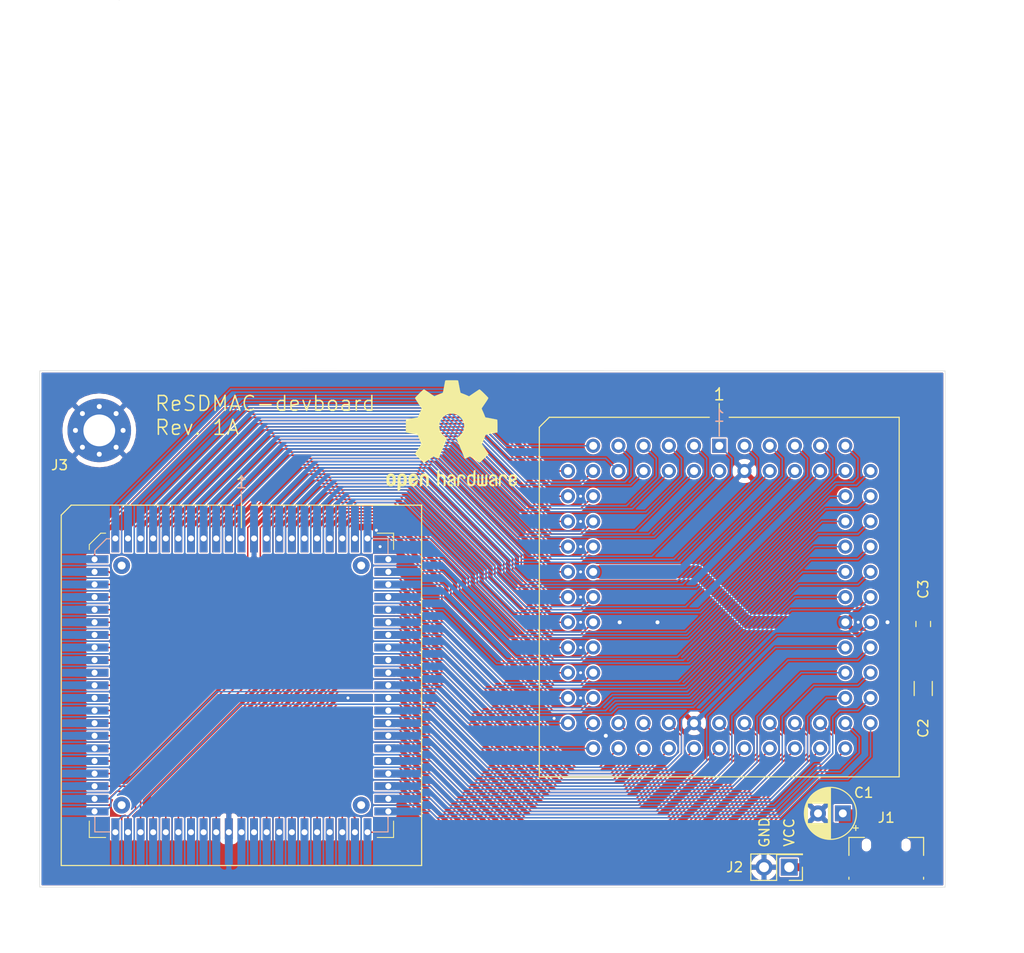
<source format=kicad_pcb>
(kicad_pcb (version 20171130) (host pcbnew "(5.1.12-1-10_14)")
  (layers (0 F.Cu signal) (1 GND.Cu power) (2 VCC.Cu power) (31 B.Cu signal) (34 B.Paste user) (35 F.Paste user) (36 B.SilkS user) (37 F.SilkS user) (38 B.Mask user) (39 F.Mask user) (44 Edge.Cuts user))
  (net 0 "")
  (net 1 VCC)
  (net 2 GND)
  (net 3 PD13)
  (net 4 "Net-(J1-Pad2)")
  (net 5 "Net-(J1-Pad3)")
  (net 6 "Net-(J1-Pad4)")
  (net 7 D20)
  (net 8 D19)
  (net 9 D18)
  (net 10 D17)
  (net 11 D16)
  (net 12 D15)
  (net 13 D14)
  (net 14 D13)
  (net 15 D12)
  (net 16 D11)
  (net 17 D10)
  (net 18 D9)
  (net 19 D8)
  (net 20 D7)
  (net 21 D6)
  (net 22 D5)
  (net 23 D4)
  (net 24 D3)
  (net 25 D2)
  (net 26 D1)
  (net 27 D0)
  (net 28 A6)
  (net 29 A5)
  (net 30 A4)
  (net 31 A3)
  (net 32 A2)
  (net 33 D31)
  (net 34 D30)
  (net 35 D29)
  (net 36 D28)
  (net 37 D27)
  (net 38 D26)
  (net 39 D25)
  (net 40 D24)
  (net 41 D23)
  (net 42 D22)
  (net 43 D21)
  (net 44 AS)
  (net 45 BGACK)
  (net 46 SBG)
  (net 47 SBR)
  (net 48 DMAEN)
  (net 49 INC_ADD)
  (net 50 INTA)
  (net 51 IORDY)
  (net 52 CSX1)
  (net 53 CSX0)
  (net 54 IOR)
  (net 55 IOW)
  (net 56 CSS)
  (net 57 DACK)
  (net 58 DREQ)
  (net 59 PD15)
  (net 60 PD14)
  (net 61 PD12)
  (net 62 PD11)
  (net 63 PD10)
  (net 64 PD9)
  (net 65 PD8)
  (net 66 PD7)
  (net 67 PD6)
  (net 68 PD5)
  (net 69 PD4)
  (net 70 PD3)
  (net 71 PD2)
  (net 72 PD1)
  (net 73 PD0)
  (net 74 BERR)
  (net 75 IORST)
  (net 76 SCSI)
  (net 77 CPUCLK)
  (net 78 STERM)
  (net 79 DSACK0)
  (net 80 DSACK1)
  (net 81 DS)
  (net 82 RW)
  (net 83 SIZ1)
  (net 84 INT2)
  (net 85 INTB)
  (module Symbol:OSHW-Logo2_14.6x12mm_SilkScreen (layer F.Cu) (at 158.8 91.13)
    (fp_text reference REF** hide)
    (fp_text value OSHW-Logo2_14.6x12mm_SilkScreen hide)
  )
  (module MountingHole:MountingHole_3.2mm_M3_Pad_Via (layer F.Cu) (at 123.3 90.63)
    (fp_text reference J3 (at -4 3.5) (layer F.SilkS))
    (fp_text value Conn_01x01 hide)
    (pad 1 thru_hole circle (at 1.697056 -1.697056) (size 0.8 0.8) (drill 0.5) (layers *.Cu *.Mask) (net 2 GND))
    (pad 1 thru_hole circle (at 0 -2.4) (size 0.8 0.8) (drill 0.5) (layers *.Cu *.Mask) (net 2 GND))
    (pad 1 thru_hole circle (at -1.697056 -1.697056) (size 0.8 0.8) (drill 0.5) (layers *.Cu *.Mask) (net 2 GND))
    (pad 1 thru_hole circle (at -2.4 0) (size 0.8 0.8) (drill 0.5) (layers *.Cu *.Mask) (net 2 GND))
    (pad 1 thru_hole circle (at -1.697056 1.697056) (size 0.8 0.8) (drill 0.5) (layers *.Cu *.Mask) (net 2 GND))
    (pad 1 thru_hole circle (at 0 2.4) (size 0.8 0.8) (drill 0.5) (layers *.Cu *.Mask) (net 2 GND))
    (pad 1 thru_hole circle (at 1.697056 1.697056) (size 0.8 0.8) (drill 0.5) (layers *.Cu *.Mask) (net 2 GND))
    (pad 1 thru_hole circle (at 2.4 0) (size 0.8 0.8) (drill 0.5) (layers *.Cu *.Mask) (net 2 GND))
    (pad 1 thru_hole circle (at 0 0) (size 6.4 6.4) (drill 3.2) (layers *.Cu *.Mask) (net 2 GND))
  )
  (module Capacitor_SMD:C_0805_2012Metric_Pad1.18x1.45mm_HandSolder (layer F.Cu) (at 206.3 110.13 270)
    (fp_text reference C3 (at -3.5 0 90) (layer F.SilkS))
    (fp_text value 0.1uF hide)
    (pad 2 smd roundrect (at 1.0375 0 270) (size 1.175 1.45) (layers F.Cu F.Paste F.Mask) (roundrect_rratio 0.212766) (net 1 VCC))
    (pad 1 smd roundrect (at -1.0375 0 270) (size 1.175 1.45) (layers F.Cu F.Paste F.Mask) (roundrect_rratio 0.212766) (net 2 GND))
  )
  (module Capacitor_SMD:C_1206_3216Metric_Pad1.33x1.80mm_HandSolder (layer F.Cu) (at 206.3 116.63 90)
    (fp_text reference C2 (at -4 0 90) (layer F.SilkS))
    (fp_text value 10uF hide)
    (pad 2 smd roundrect (at 1.5625 0 90) (size 1.325 1.8) (layers F.Cu F.Paste F.Mask) (roundrect_rratio 0.188679) (net 1 VCC))
    (pad 1 smd roundrect (at -1.5625 0 90) (size 1.325 1.8) (layers F.Cu F.Paste F.Mask) (roundrect_rratio 0.188679) (net 2 GND))
  )
  (module Capacitor_THT:CP_Radial_D5.0mm_P2.50mm (layer F.Cu) (at 198.199 129.207 180)
    (fp_text reference C1 (at -2.101 2.077) (layer F.SilkS))
    (fp_text value "100uF Radial Pitch_2.5mm" hide)
    (pad 2 thru_hole circle (at 2.5 0 180) (size 1.6 1.6) (drill 0.8) (layers *.Cu *.Mask) (net 2 GND))
    (pad 1 thru_hole rect (at 0 0 180) (size 1.6 1.6) (drill 0.8) (layers *.Cu *.Mask) (net 1 VCC))
  )
  (module ReSDMAC-devboard:PLCC-84_SMD-Socket_TH_modded (layer F.Cu) (at 137.62 116.31)
    (fp_text reference U2 hide)
    (fp_text value Super_DMAC_SMD_socket hide)
    (pad "" thru_hole oval (at 12.065 -12.065) (size 1.7 1.7) (drill 0.8) (layers *.Cu *.Mask))
    (pad "" thru_hole oval (at 12.065 12.065) (size 1.7 1.7) (drill 0.8) (layers *.Cu *.Mask))
    (pad "" thru_hole oval (at -12.065 12.065) (size 1.7 1.7) (drill 0.8) (layers *.Cu *.Mask))
    (pad "" thru_hole oval (at -12.065 -12.065) (size 1.7 1.7) (drill 0.8) (layers *.Cu *.Mask))
    (pad 1 thru_hole rect (at 0 -14.7955) (size 0.8 2.1) (drill 0.6 (offset 0 0.35)) (layers *.Cu *.Mask) (net 27 D0))
    (pad 2 thru_hole rect (at -1.27 -14.7955) (size 0.8 2.1) (drill 0.6 (offset 0 0.35)) (layers *.Cu *.Mask) (net 26 D1))
    (pad 3 thru_hole rect (at -2.54 -14.7955) (size 0.8 2.1) (drill 0.6 (offset 0 0.35)) (layers *.Cu *.Mask) (net 25 D2))
    (pad 4 thru_hole rect (at -3.81 -14.7955) (size 0.8 2.1) (drill 0.6 (offset 0 0.35)) (layers *.Cu *.Mask) (net 24 D3))
    (pad 5 thru_hole rect (at -5.08 -14.7955) (size 0.8 2.1) (drill 0.6 (offset 0 0.35)) (layers *.Cu *.Mask) (net 23 D4))
    (pad 6 thru_hole rect (at -6.35 -14.7955) (size 0.8 2.1) (drill 0.6 (offset 0 0.35)) (layers *.Cu *.Mask) (net 22 D5))
    (pad 7 thru_hole rect (at -7.62 -14.7955) (size 0.8 2.1) (drill 0.6 (offset 0 0.35)) (layers *.Cu *.Mask) (net 21 D6))
    (pad 8 thru_hole rect (at -8.89 -14.7955) (size 0.8 2.1) (drill 0.6 (offset 0 0.35)) (layers *.Cu *.Mask) (net 20 D7))
    (pad 9 thru_hole rect (at -10.16 -14.7955) (size 0.8 2.1) (drill 0.6 (offset 0 0.35)) (layers *.Cu *.Mask) (net 19 D8))
    (pad 10 thru_hole rect (at -11.43 -14.7955) (size 0.8 2.1) (drill 0.6 (offset 0 0.35)) (layers *.Cu *.Mask) (net 18 D9))
    (pad 11 thru_hole rect (at -12.7 -14.7955) (size 0.8 2.1) (drill 0.6 (offset 0 0.35)) (layers *.Cu *.Mask) (net 17 D10))
    (pad 84 thru_hole rect (at 1.27 -14.7955) (size 0.8 2.1) (drill 0.6 (offset 0 0.35)) (layers *.Cu *.Mask) (net 2 GND))
    (pad 83 thru_hole rect (at 2.54 -14.7955) (size 0.8 2.1) (drill 0.6 (offset 0 0.35)) (layers *.Cu *.Mask) (net 45 BGACK))
    (pad 82 thru_hole rect (at 3.81 -14.7955) (size 0.8 2.1) (drill 0.6 (offset 0 0.35)) (layers *.Cu *.Mask) (net 46 SBG))
    (pad 81 thru_hole rect (at 5.08 -14.7955) (size 0.8 2.1) (drill 0.6 (offset 0 0.35)) (layers *.Cu *.Mask) (net 47 SBR))
    (pad 80 thru_hole rect (at 6.35 -14.7955) (size 0.8 2.1) (drill 0.6 (offset 0 0.35)) (layers *.Cu *.Mask) (net 28 A6))
    (pad 79 thru_hole rect (at 7.62 -14.7955) (size 0.8 2.1) (drill 0.6 (offset 0 0.35)) (layers *.Cu *.Mask) (net 29 A5))
    (pad 78 thru_hole rect (at 8.89 -14.7955) (size 0.8 2.1) (drill 0.6 (offset 0 0.35)) (layers *.Cu *.Mask) (net 30 A4))
    (pad 77 thru_hole rect (at 10.16 -14.7955) (size 0.8 2.1) (drill 0.6 (offset 0 0.35)) (layers *.Cu *.Mask) (net 31 A3))
    (pad 76 thru_hole rect (at 11.43 -14.7955) (size 0.8 2.1) (drill 0.6 (offset 0 0.35)) (layers *.Cu *.Mask) (net 32 A2))
    (pad 75 thru_hole rect (at 12.7 -14.7955) (size 0.8 2.1) (drill 0.6 (offset 0 0.35)) (layers *.Cu *.Mask) (net 48 DMAEN))
    (pad 12 thru_hole rect (at -14.7955 -12.7) (size 2.1 0.8) (drill 0.6 (offset 0.35 0)) (layers *.Cu *.Mask) (net 16 D11))
    (pad 13 thru_hole rect (at -14.7955 -11.43) (size 2.1 0.8) (drill 0.6 (offset 0.35 0)) (layers *.Cu *.Mask) (net 15 D12))
    (pad 14 thru_hole rect (at -14.7955 -10.16) (size 2.1 0.8) (drill 0.6 (offset 0.35 0)) (layers *.Cu *.Mask) (net 14 D13))
    (pad 15 thru_hole rect (at -14.7955 -8.89) (size 2.1 0.8) (drill 0.6 (offset 0.35 0)) (layers *.Cu *.Mask) (net 13 D14))
    (pad 16 thru_hole rect (at -14.7955 -7.62) (size 2.1 0.8) (drill 0.6 (offset 0.35 0)) (layers *.Cu *.Mask) (net 12 D15))
    (pad 17 thru_hole rect (at -14.7955 -6.35) (size 2.1 0.8) (drill 0.6 (offset 0.35 0)) (layers *.Cu *.Mask) (net 11 D16))
    (pad 18 thru_hole rect (at -14.7955 -5.08) (size 2.1 0.8) (drill 0.6 (offset 0.35 0)) (layers *.Cu *.Mask) (net 10 D17))
    (pad 19 thru_hole rect (at -14.7955 -3.81) (size 2.1 0.8) (drill 0.6 (offset 0.35 0)) (layers *.Cu *.Mask) (net 9 D18))
    (pad 20 thru_hole rect (at -14.7955 -2.54) (size 2.1 0.8) (drill 0.6 (offset 0.35 0)) (layers *.Cu *.Mask) (net 8 D19))
    (pad 21 thru_hole rect (at -14.7955 -1.27) (size 2.1 0.8) (drill 0.6 (offset 0.35 0)) (layers *.Cu *.Mask) (net 1 VCC))
    (pad 22 thru_hole rect (at -14.7955 0) (size 2.1 0.8) (drill 0.6 (offset 0.35 0)) (layers *.Cu *.Mask) (net 7 D20))
    (pad 23 thru_hole rect (at -14.7955 1.27) (size 2.1 0.8) (drill 0.6 (offset 0.35 0)) (layers *.Cu *.Mask) (net 43 D21))
    (pad 24 thru_hole rect (at -14.7955 2.54) (size 2.1 0.8) (drill 0.6 (offset 0.35 0)) (layers *.Cu *.Mask) (net 42 D22))
    (pad 25 thru_hole rect (at -14.7955 3.81) (size 2.1 0.8) (drill 0.6 (offset 0.35 0)) (layers *.Cu *.Mask) (net 41 D23))
    (pad 26 thru_hole rect (at -14.7955 5.08) (size 2.1 0.8) (drill 0.6 (offset 0.35 0)) (layers *.Cu *.Mask) (net 40 D24))
    (pad 27 thru_hole rect (at -14.7955 6.35) (size 2.1 0.8) (drill 0.6 (offset 0.35 0)) (layers *.Cu *.Mask) (net 39 D25))
    (pad 28 thru_hole rect (at -14.7955 7.62) (size 2.1 0.8) (drill 0.6 (offset 0.35 0)) (layers *.Cu *.Mask) (net 38 D26))
    (pad 29 thru_hole rect (at -14.7955 8.89) (size 2.1 0.8) (drill 0.6 (offset 0.35 0)) (layers *.Cu *.Mask) (net 37 D27))
    (pad 30 thru_hole rect (at -14.7955 10.16) (size 2.1 0.8) (drill 0.6 (offset 0.35 0)) (layers *.Cu *.Mask) (net 36 D28))
    (pad 31 thru_hole rect (at -14.7955 11.43) (size 2.1 0.8) (drill 0.6 (offset 0.35 0)) (layers *.Cu *.Mask) (net 35 D29))
    (pad 32 thru_hole rect (at -14.7955 12.7) (size 2.1 0.8) (drill 0.6 (offset 0.35 0)) (layers *.Cu *.Mask) (net 34 D30))
    (pad 33 thru_hole rect (at -12.7 14.7955) (size 0.8 2.1) (drill 0.6 (offset 0 -0.35)) (layers *.Cu *.Mask) (net 33 D31))
    (pad 34 thru_hole rect (at -11.43 14.7955) (size 0.8 2.1) (drill 0.6 (offset 0 -0.35)) (layers *.Cu *.Mask) (net 85 INTB))
    (pad 35 thru_hole rect (at -10.16 14.7955) (size 0.8 2.1) (drill 0.6 (offset 0 -0.35)) (layers *.Cu *.Mask) (net 84 INT2))
    (pad 36 thru_hole rect (at -8.8904 14.7955) (size 0.8 2.1) (drill 0.6 (offset 0 -0.35)) (layers *.Cu *.Mask) (net 83 SIZ1))
    (pad 37 thru_hole rect (at -7.62 14.7955) (size 0.8 2.1) (drill 0.6 (offset 0 -0.35)) (layers *.Cu *.Mask) (net 82 RW))
    (pad 38 thru_hole rect (at -6.35 14.7955) (size 0.8 2.1) (drill 0.6 (offset 0 -0.35)) (layers *.Cu *.Mask) (net 44 AS))
    (pad 39 thru_hole rect (at -5.08 14.7955) (size 0.8 2.1) (drill 0.6 (offset 0 -0.35)) (layers *.Cu *.Mask) (net 81 DS))
    (pad 40 thru_hole rect (at -3.81 14.7955) (size 0.8 2.1) (drill 0.6 (offset 0 -0.35)) (layers *.Cu *.Mask) (net 80 DSACK1))
    (pad 41 thru_hole rect (at -2.54 14.7955) (size 0.8 2.1) (drill 0.6 (offset 0 -0.35)) (layers *.Cu *.Mask) (net 79 DSACK0))
    (pad 42 thru_hole rect (at -1.27 14.7955) (size 0.8 2.1) (drill 0.6 (offset 0 -0.35)) (layers *.Cu *.Mask) (net 2 GND))
    (pad 43 thru_hole rect (at 0 14.7955) (size 0.8 2.1) (drill 0.6 (offset 0 -0.35)) (layers *.Cu *.Mask) (net 78 STERM))
    (pad 44 thru_hole rect (at 1.27 14.7955) (size 0.8 2.1) (drill 0.6 (offset 0 -0.35)) (layers *.Cu *.Mask) (net 77 CPUCLK))
    (pad 45 thru_hole rect (at 2.54 14.7955) (size 0.8 2.1) (drill 0.6 (offset 0 -0.35)) (layers *.Cu *.Mask) (net 76 SCSI))
    (pad 46 thru_hole rect (at 3.81 14.7955) (size 0.8 2.1) (drill 0.6 (offset 0 -0.35)) (layers *.Cu *.Mask) (net 75 IORST))
    (pad 47 thru_hole rect (at 5.08 14.7955) (size 0.8 2.1) (drill 0.6 (offset 0 -0.35)) (layers *.Cu *.Mask) (net 74 BERR))
    (pad 48 thru_hole rect (at 6.35 14.7955) (size 0.8 2.1) (drill 0.6 (offset 0 -0.35)) (layers *.Cu *.Mask) (net 73 PD0))
    (pad 49 thru_hole rect (at 7.62 14.7955) (size 0.8 2.1) (drill 0.6 (offset 0 -0.35)) (layers *.Cu *.Mask) (net 72 PD1))
    (pad 50 thru_hole rect (at 8.89 14.7955) (size 0.8 2.1) (drill 0.6 (offset 0 -0.35)) (layers *.Cu *.Mask) (net 71 PD2))
    (pad 51 thru_hole rect (at 10.16 14.7955) (size 0.8 2.1) (drill 0.6 (offset 0 -0.35)) (layers *.Cu *.Mask) (net 70 PD3))
    (pad 52 thru_hole rect (at 11.43 14.7955) (size 0.8 2.1) (drill 0.6 (offset 0 -0.35)) (layers *.Cu *.Mask) (net 69 PD4))
    (pad 53 thru_hole rect (at 12.7 14.7955) (size 0.8 2.1) (drill 0.6 (offset 0 -0.35)) (layers *.Cu *.Mask) (net 68 PD5))
    (pad 54 thru_hole rect (at 14.7955 12.7) (size 2.1 0.8) (drill 0.6 (offset -0.35 0)) (layers *.Cu *.Mask) (net 67 PD6))
    (pad 55 thru_hole rect (at 14.7955 11.43) (size 2.1 0.8) (drill 0.6 (offset -0.35 0)) (layers *.Cu *.Mask) (net 66 PD7))
    (pad 56 thru_hole rect (at 14.7955 10.16) (size 2.1 0.8) (drill 0.6 (offset -0.35 0)) (layers *.Cu *.Mask) (net 65 PD8))
    (pad 57 thru_hole rect (at 14.7955 8.89) (size 2.1 0.8) (drill 0.6 (offset -0.35 0)) (layers *.Cu *.Mask) (net 64 PD9))
    (pad 58 thru_hole rect (at 14.7955 7.62) (size 2.1 0.8) (drill 0.6 (offset -0.35 0)) (layers *.Cu *.Mask) (net 63 PD10))
    (pad 59 thru_hole rect (at 14.7955 6.35) (size 2.1 0.8) (drill 0.6 (offset -0.35 0)) (layers *.Cu *.Mask) (net 62 PD11))
    (pad 60 thru_hole rect (at 14.7955 5.08) (size 2.1 0.8) (drill 0.6 (offset -0.35 0)) (layers *.Cu *.Mask) (net 61 PD12))
    (pad 61 thru_hole rect (at 14.7955 3.81) (size 2.1 0.8) (drill 0.6 (offset -0.35 0)) (layers *.Cu *.Mask) (net 3 PD13))
    (pad 62 thru_hole rect (at 14.7955 2.54) (size 2.1 0.8) (drill 0.6 (offset -0.35 0)) (layers *.Cu *.Mask) (net 60 PD14))
    (pad 63 thru_hole rect (at 14.7955 1.27) (size 2.1 0.8) (drill 0.6 (offset -0.35 0)) (layers *.Cu *.Mask) (net 1 VCC))
    (pad 64 thru_hole rect (at 14.7955 0) (size 2.1 0.8) (drill 0.6 (offset -0.35 0)) (layers *.Cu *.Mask) (net 59 PD15))
    (pad 65 thru_hole rect (at 14.7955 -1.27) (size 2.1 0.8) (drill 0.6 (offset -0.35 0)) (layers *.Cu *.Mask) (net 58 DREQ))
    (pad 66 thru_hole rect (at 14.7955 -2.54) (size 2.1 0.8) (drill 0.6 (offset -0.35 0)) (layers *.Cu *.Mask) (net 57 DACK))
    (pad 67 thru_hole rect (at 14.7955 -3.81) (size 2.1 0.8) (drill 0.6 (offset -0.35 0)) (layers *.Cu *.Mask) (net 56 CSS))
    (pad 68 thru_hole rect (at 14.7955 -5.08) (size 2.1 0.8) (drill 0.6 (offset -0.35 0)) (layers *.Cu *.Mask) (net 55 IOW))
    (pad 69 thru_hole rect (at 14.7955 -6.35) (size 2.1 0.8) (drill 0.6 (offset -0.35 0)) (layers *.Cu *.Mask) (net 54 IOR))
    (pad 70 thru_hole rect (at 14.7955 -7.62) (size 2.1 0.8) (drill 0.6 (offset -0.35 0)) (layers *.Cu *.Mask) (net 53 CSX0))
    (pad 71 thru_hole rect (at 14.7955 -8.89) (size 2.1 0.8) (drill 0.6 (offset -0.35 0)) (layers *.Cu *.Mask) (net 52 CSX1))
    (pad 72 thru_hole rect (at 14.7955 -10.16) (size 2.1 0.8) (drill 0.6 (offset -0.35 0)) (layers *.Cu *.Mask) (net 51 IORDY))
    (pad 73 thru_hole rect (at 14.7955 -11.43) (size 2.1 0.8) (drill 0.6 (offset -0.35 0)) (layers *.Cu *.Mask) (net 50 INTA))
    (pad 74 thru_hole rect (at 14.7955 -12.7) (size 2.1 0.8) (drill 0.6 (offset -0.35 0)) (layers *.Cu *.Mask) (net 49 INC_ADD))
  )
  (module ReSDMAC-devboard:PLCC-84_Plug_P1.27mm_mirrored (layer B.Cu) (at 137.62 116.31 270)
    (fp_text reference U1 hide)
    (fp_text value PLCC-84-Plug hide)
    (pad 22 smd rect (at 0 16.6624 270) (size 0.8 2.8) (layers B.Cu B.Paste B.Mask) (net 7 D20))
    (pad 21 smd rect (at -1.27 16.6624 270) (size 0.8 2.8) (layers B.Cu B.Paste B.Mask) (net 1 VCC))
    (pad 20 smd rect (at -2.54 16.6624 270) (size 0.8 2.8) (layers B.Cu B.Paste B.Mask) (net 8 D19))
    (pad 19 smd rect (at -3.81 16.6624 270) (size 0.8 2.8) (layers B.Cu B.Paste B.Mask) (net 9 D18))
    (pad 18 smd rect (at -5.08 16.6624 270) (size 0.8 2.8) (layers B.Cu B.Paste B.Mask) (net 10 D17))
    (pad 17 smd rect (at -6.35 16.6624 270) (size 0.8 2.8) (layers B.Cu B.Paste B.Mask) (net 11 D16))
    (pad 16 smd rect (at -7.62 16.6624 270) (size 0.8 2.8) (layers B.Cu B.Paste B.Mask) (net 12 D15))
    (pad 15 smd rect (at -8.89 16.6624 270) (size 0.8 2.8) (layers B.Cu B.Paste B.Mask) (net 13 D14))
    (pad 14 smd rect (at -10.16 16.6624 270) (size 0.8 2.8) (layers B.Cu B.Paste B.Mask) (net 14 D13))
    (pad 13 smd rect (at -11.43 16.6624 270) (size 0.8 2.8) (layers B.Cu B.Paste B.Mask) (net 15 D12))
    (pad 12 smd rect (at -12.7 16.6624 270) (size 0.8 2.8) (layers B.Cu B.Paste B.Mask) (net 16 D11))
    (pad 11 smd rect (at -16.6624 12.7 270) (size 2.8 0.8) (layers B.Cu B.Paste B.Mask) (net 17 D10))
    (pad 10 smd rect (at -16.6624 11.43 270) (size 2.8 0.8) (layers B.Cu B.Paste B.Mask) (net 18 D9))
    (pad 9 smd rect (at -16.6624 10.16 270) (size 2.8 0.8) (layers B.Cu B.Paste B.Mask) (net 19 D8))
    (pad 8 smd rect (at -16.6624 8.89 270) (size 2.8 0.8) (layers B.Cu B.Paste B.Mask) (net 20 D7))
    (pad 7 smd rect (at -16.6624 7.62 270) (size 2.8 0.8) (layers B.Cu B.Paste B.Mask) (net 21 D6))
    (pad 6 smd rect (at -16.6624 6.35 270) (size 2.8 0.8) (layers B.Cu B.Paste B.Mask) (net 22 D5))
    (pad 5 smd rect (at -16.6624 5.08 270) (size 2.8 0.8) (layers B.Cu B.Paste B.Mask) (net 23 D4))
    (pad 4 smd rect (at -16.6624 3.81 270) (size 2.8 0.8) (layers B.Cu B.Paste B.Mask) (net 24 D3))
    (pad 3 smd rect (at -16.6624 2.54 270) (size 2.8 0.8) (layers B.Cu B.Paste B.Mask) (net 25 D2))
    (pad 2 smd rect (at -16.6624 1.27 270) (size 2.8 0.8) (layers B.Cu B.Paste B.Mask) (net 26 D1))
    (pad 1 smd rect (at -16.6624 0 270) (size 2.8 0.8) (layers B.Cu B.Paste B.Mask) (net 27 D0))
    (pad 84 smd rect (at -16.6624 -1.27 270) (size 2.8 0.8) (layers B.Cu B.Paste B.Mask) (net 2 GND))
    (pad 83 smd rect (at -16.6624 -2.54 270) (size 2.8 0.8) (layers B.Cu B.Paste B.Mask) (net 45 BGACK))
    (pad 82 smd rect (at -16.6624 -3.81 270) (size 2.8 0.8) (layers B.Cu B.Paste B.Mask) (net 46 SBG))
    (pad 81 smd rect (at -16.6624 -5.08 270) (size 2.8 0.8) (layers B.Cu B.Paste B.Mask) (net 47 SBR))
    (pad 80 smd rect (at -16.6624 -6.35 270) (size 2.8 0.8) (layers B.Cu B.Paste B.Mask) (net 28 A6))
    (pad 79 smd rect (at -16.6624 -7.62 270) (size 2.8 0.8) (layers B.Cu B.Paste B.Mask) (net 29 A5))
    (pad 78 smd rect (at -16.6624 -8.89 270) (size 2.8 0.8) (layers B.Cu B.Paste B.Mask) (net 30 A4))
    (pad 77 smd rect (at -16.6624 -10.16 270) (size 2.8 0.8) (layers B.Cu B.Paste B.Mask) (net 31 A3))
    (pad 76 smd rect (at -16.6624 -11.43 270) (size 2.8 0.8) (layers B.Cu B.Paste B.Mask) (net 32 A2))
    (pad 75 smd rect (at -16.6624 -12.7 270) (size 2.8 0.8) (layers B.Cu B.Paste B.Mask) (net 48 DMAEN))
    (pad 74 smd rect (at -12.7 -16.6624 270) (size 0.8 2.8) (layers B.Cu B.Paste B.Mask) (net 49 INC_ADD))
    (pad 73 smd rect (at -11.43 -16.6624 270) (size 0.8 2.8) (layers B.Cu B.Paste B.Mask) (net 50 INTA))
    (pad 72 smd rect (at -10.16 -16.6624 270) (size 0.8 2.8) (layers B.Cu B.Paste B.Mask) (net 51 IORDY))
    (pad 71 smd rect (at -8.89 -16.6624 270) (size 0.8 2.8) (layers B.Cu B.Paste B.Mask) (net 52 CSX1))
    (pad 70 smd rect (at -7.62 -16.6624 270) (size 0.8 2.8) (layers B.Cu B.Paste B.Mask) (net 53 CSX0))
    (pad 69 smd rect (at -6.35 -16.6624 270) (size 0.8 2.8) (layers B.Cu B.Paste B.Mask) (net 54 IOR))
    (pad 68 smd rect (at -5.08 -16.6624 270) (size 0.8 2.8) (layers B.Cu B.Paste B.Mask) (net 55 IOW))
    (pad 67 smd rect (at -3.81 -16.6624 270) (size 0.8 2.8) (layers B.Cu B.Paste B.Mask) (net 56 CSS))
    (pad 66 smd rect (at -2.54 -16.6624 270) (size 0.8 2.8) (layers B.Cu B.Paste B.Mask) (net 57 DACK))
    (pad 65 smd rect (at -1.27 -16.6624 270) (size 0.8 2.8) (layers B.Cu B.Paste B.Mask) (net 58 DREQ))
    (pad 64 smd rect (at 0 -16.6624 270) (size 0.8 2.8) (layers B.Cu B.Paste B.Mask) (net 59 PD15))
    (pad 63 smd rect (at 1.27 -16.6624 270) (size 0.8 2.8) (layers B.Cu B.Paste B.Mask) (net 1 VCC))
    (pad 62 smd rect (at 2.54 -16.6624 270) (size 0.8 2.8) (layers B.Cu B.Paste B.Mask) (net 60 PD14))
    (pad 61 smd rect (at 3.81 -16.6624 270) (size 0.8 2.8) (layers B.Cu B.Paste B.Mask) (net 3 PD13))
    (pad 60 smd rect (at 5.08 -16.6624 270) (size 0.8 2.8) (layers B.Cu B.Paste B.Mask) (net 61 PD12))
    (pad 59 smd rect (at 6.35 -16.6624 270) (size 0.8 2.8) (layers B.Cu B.Paste B.Mask) (net 62 PD11))
    (pad 58 smd rect (at 7.62 -16.6624 270) (size 0.8 2.8) (layers B.Cu B.Paste B.Mask) (net 63 PD10))
    (pad 57 smd rect (at 8.89 -16.6624 270) (size 0.8 2.8) (layers B.Cu B.Paste B.Mask) (net 64 PD9))
    (pad 56 smd rect (at 10.16 -16.6624 270) (size 0.8 2.8) (layers B.Cu B.Paste B.Mask) (net 65 PD8))
    (pad 55 smd rect (at 11.43 -16.6624 270) (size 0.8 2.8) (layers B.Cu B.Paste B.Mask) (net 66 PD7))
    (pad 54 smd rect (at 12.7 -16.6624 270) (size 0.8 2.8) (layers B.Cu B.Paste B.Mask) (net 67 PD6))
    (pad 53 smd rect (at 16.6624 -12.7 270) (size 2.8 0.8) (layers B.Cu B.Paste B.Mask) (net 68 PD5))
    (pad 52 smd rect (at 16.6624 -11.43 270) (size 2.8 0.8) (layers B.Cu B.Paste B.Mask) (net 69 PD4))
    (pad 51 smd rect (at 16.6624 -10.16 270) (size 2.8 0.8) (layers B.Cu B.Paste B.Mask) (net 70 PD3))
    (pad 50 smd rect (at 16.6624 -8.89 270) (size 2.8 0.8) (layers B.Cu B.Paste B.Mask) (net 71 PD2))
    (pad 49 smd rect (at 16.6624 -7.62 270) (size 2.8 0.8) (layers B.Cu B.Paste B.Mask) (net 72 PD1))
    (pad 48 smd rect (at 16.6624 -6.35 270) (size 2.8 0.8) (layers B.Cu B.Paste B.Mask) (net 73 PD0))
    (pad 47 smd rect (at 16.6624 -5.08 270) (size 2.8 0.8) (layers B.Cu B.Paste B.Mask) (net 74 BERR))
    (pad 46 smd rect (at 16.6624 -3.81 270) (size 2.8 0.8) (layers B.Cu B.Paste B.Mask) (net 75 IORST))
    (pad 45 smd rect (at 16.6624 -2.54 270) (size 2.8 0.8) (layers B.Cu B.Paste B.Mask) (net 76 SCSI))
    (pad 44 smd rect (at 16.6624 -1.27 270) (size 2.8 0.8) (layers B.Cu B.Paste B.Mask) (net 77 CPUCLK))
    (pad 43 smd rect (at 16.6624 0 270) (size 2.8 0.8) (layers B.Cu B.Paste B.Mask) (net 78 STERM))
    (pad 42 smd rect (at 16.6624 1.27 270) (size 2.8 0.8) (layers B.Cu B.Paste B.Mask) (net 2 GND))
    (pad 41 smd rect (at 16.6624 2.54 270) (size 2.8 0.8) (layers B.Cu B.Paste B.Mask) (net 79 DSACK0))
    (pad 40 smd rect (at 16.6624 3.81 270) (size 2.8 0.8) (layers B.Cu B.Paste B.Mask) (net 80 DSACK1))
    (pad 39 smd rect (at 16.6624 5.08 270) (size 2.8 0.8) (layers B.Cu B.Paste B.Mask) (net 81 DS))
    (pad 38 smd rect (at 16.6624 6.35 270) (size 2.8 0.8) (layers B.Cu B.Paste B.Mask) (net 44 AS))
    (pad 37 smd rect (at 16.6624 7.62 270) (size 2.8 0.8) (layers B.Cu B.Paste B.Mask) (net 82 RW))
    (pad 36 smd rect (at 16.6624 8.89 270) (size 2.8 0.8) (layers B.Cu B.Paste B.Mask) (net 83 SIZ1))
    (pad 35 smd rect (at 16.6624 10.16 270) (size 2.8 0.8) (layers B.Cu B.Paste B.Mask) (net 84 INT2))
    (pad 34 smd rect (at 16.6624 11.43 270) (size 2.8 0.8) (layers B.Cu B.Paste B.Mask) (net 85 INTB))
    (pad 33 smd rect (at 16.6624 12.7 270) (size 2.8 0.8) (layers B.Cu B.Paste B.Mask) (net 33 D31))
    (pad 32 smd rect (at 12.7 16.6624 270) (size 0.8 2.8) (layers B.Cu B.Paste B.Mask) (net 34 D30))
    (pad 31 smd rect (at 11.43 16.6624 270) (size 0.8 2.8) (layers B.Cu B.Paste B.Mask) (net 35 D29))
    (pad 30 smd rect (at 10.16 16.6624 270) (size 0.8 2.8) (layers B.Cu B.Paste B.Mask) (net 36 D28))
    (pad 29 smd rect (at 8.89 16.6624 270) (size 0.8 2.8) (layers B.Cu B.Paste B.Mask) (net 37 D27))
    (pad 28 smd rect (at 7.62 16.6624 270) (size 0.8 2.8) (layers B.Cu B.Paste B.Mask) (net 38 D26))
    (pad 27 smd rect (at 6.35 16.6624 270) (size 0.8 2.8) (layers B.Cu B.Paste B.Mask) (net 39 D25))
    (pad 26 smd rect (at 5.08 16.6624 270) (size 0.8 2.8) (layers B.Cu B.Paste B.Mask) (net 40 D24))
    (pad 25 smd rect (at 3.81 16.6624 270) (size 0.8 2.8) (layers B.Cu B.Paste B.Mask) (net 41 D23))
    (pad 24 smd rect (at 2.54 16.6624 270) (size 0.8 2.8) (layers B.Cu B.Paste B.Mask) (net 42 D22))
    (pad 23 smd rect (at 1.27 16.6624 270) (size 0.8 2.8) (layers B.Cu B.Paste B.Mask) (net 43 D21))
  )
  (module ReSDMAC-devboard:USB_Micro-B_Unknown_5s_SMT (layer F.Cu) (at 202.574 132.241)
    (fp_text reference J1 (at 0 -2.6 180) (layer F.SilkS))
    (fp_text value USB_B_Micro hide)
    (pad 6 smd rect (at -1.2 2.3) (size 1.9 1.9) (layers F.Cu F.Paste F.Mask) (net 2 GND))
    (pad 6 smd rect (at 1.2 2.3) (size 1.9 1.9) (layers F.Cu F.Paste F.Mask) (net 2 GND))
    (pad 6 smd rect (at 3.95 2.3) (size 1.9 1.9) (layers F.Cu F.Paste F.Mask) (net 2 GND))
    (pad 6 smd rect (at -3.95 2.3) (size 1.9 1.9) (layers F.Cu F.Paste F.Mask) (net 2 GND))
    (pad "" np_thru_hole oval (at 2 0.15) (size 0.65 1) (drill oval 0.65 1) (layers *.Cu *.Mask))
    (pad "" np_thru_hole oval (at -2 0.15) (size 0.65 1) (drill oval 0.65 1) (layers *.Cu *.Mask))
    (pad 5 smd rect (at 1.3 -0.6) (size 0.4 1.8) (layers F.Cu F.Paste F.Mask) (net 2 GND))
    (pad 4 smd rect (at 0.65 -0.6) (size 0.4 1.8) (layers F.Cu F.Paste F.Mask) (net 6 "Net-(J1-Pad4)"))
    (pad 3 smd rect (at 0 -0.6) (size 0.4 1.8) (layers F.Cu F.Paste F.Mask) (net 5 "Net-(J1-Pad3)"))
    (pad 1 smd rect (at -1.3 -0.6) (size 0.4 1.8) (layers F.Cu F.Paste F.Mask) (net 1 VCC))
    (pad 2 smd rect (at -0.65 -0.6) (size 0.4 1.8) (layers F.Cu F.Paste F.Mask) (net 4 "Net-(J1-Pad2)"))
  )
  (module Package_LCC:PLCC-84_THT-Socket (layer F.Cu) (at 185.753 92.18)
    (fp_text reference U3 hide)
    (fp_text value Super_DMAC_TH_socket hide)
    (pad 72 thru_hole circle (at 15.24 5.08) (size 1.4224 1.4224) (drill 0.8) (layers *.Cu *.Mask) (net 51 IORDY))
    (pad 70 thru_hole circle (at 15.24 7.62) (size 1.4224 1.4224) (drill 0.8) (layers *.Cu *.Mask) (net 53 CSX0))
    (pad 68 thru_hole circle (at 15.24 10.16) (size 1.4224 1.4224) (drill 0.8) (layers *.Cu *.Mask) (net 55 IOW))
    (pad 66 thru_hole circle (at 15.24 12.7) (size 1.4224 1.4224) (drill 0.8) (layers *.Cu *.Mask) (net 57 DACK))
    (pad 64 thru_hole circle (at 15.24 15.24) (size 1.4224 1.4224) (drill 0.8) (layers *.Cu *.Mask) (net 59 PD15))
    (pad 62 thru_hole circle (at 15.24 17.78) (size 1.4224 1.4224) (drill 0.8) (layers *.Cu *.Mask) (net 60 PD14))
    (pad 60 thru_hole circle (at 15.24 20.32) (size 1.4224 1.4224) (drill 0.8) (layers *.Cu *.Mask) (net 61 PD12))
    (pad 58 thru_hole circle (at 15.24 22.86) (size 1.4224 1.4224) (drill 0.8) (layers *.Cu *.Mask) (net 63 PD10))
    (pad 56 thru_hole circle (at 15.24 25.4) (size 1.4224 1.4224) (drill 0.8) (layers *.Cu *.Mask) (net 65 PD8))
    (pad 54 thru_hole circle (at 15.24 27.94) (size 1.4224 1.4224) (drill 0.8) (layers *.Cu *.Mask) (net 67 PD6))
    (pad 73 thru_hole circle (at 12.7 5.08) (size 1.4224 1.4224) (drill 0.8) (layers *.Cu *.Mask) (net 50 INTA))
    (pad 71 thru_hole circle (at 12.7 7.62) (size 1.4224 1.4224) (drill 0.8) (layers *.Cu *.Mask) (net 52 CSX1))
    (pad 69 thru_hole circle (at 12.7 10.16) (size 1.4224 1.4224) (drill 0.8) (layers *.Cu *.Mask) (net 54 IOR))
    (pad 67 thru_hole circle (at 12.7 12.7) (size 1.4224 1.4224) (drill 0.8) (layers *.Cu *.Mask) (net 56 CSS))
    (pad 65 thru_hole circle (at 12.7 15.24) (size 1.4224 1.4224) (drill 0.8) (layers *.Cu *.Mask) (net 58 DREQ))
    (pad 63 thru_hole circle (at 12.7 17.78) (size 1.4224 1.4224) (drill 0.8) (layers *.Cu *.Mask) (net 1 VCC))
    (pad 61 thru_hole circle (at 12.7 20.32) (size 1.4224 1.4224) (drill 0.8) (layers *.Cu *.Mask) (net 3 PD13))
    (pad 59 thru_hole circle (at 12.7 22.86) (size 1.4224 1.4224) (drill 0.8) (layers *.Cu *.Mask) (net 62 PD11))
    (pad 57 thru_hole circle (at 12.7 25.4) (size 1.4224 1.4224) (drill 0.8) (layers *.Cu *.Mask) (net 64 PD9))
    (pad 55 thru_hole circle (at 12.7 27.94) (size 1.4224 1.4224) (drill 0.8) (layers *.Cu *.Mask) (net 66 PD7))
    (pad 53 thru_hole circle (at 12.7 30.48) (size 1.4224 1.4224) (drill 0.8) (layers *.Cu *.Mask) (net 68 PD5))
    (pad 51 thru_hole circle (at 10.16 30.48) (size 1.4224 1.4224) (drill 0.8) (layers *.Cu *.Mask) (net 70 PD3))
    (pad 49 thru_hole circle (at 7.62 30.48) (size 1.4224 1.4224) (drill 0.8) (layers *.Cu *.Mask) (net 72 PD1))
    (pad 47 thru_hole circle (at 5.08 30.48) (size 1.4224 1.4224) (drill 0.8) (layers *.Cu *.Mask) (net 74 BERR))
    (pad 45 thru_hole circle (at 2.54 30.48) (size 1.4224 1.4224) (drill 0.8) (layers *.Cu *.Mask) (net 76 SCSI))
    (pad 43 thru_hole circle (at 0 30.48) (size 1.4224 1.4224) (drill 0.8) (layers *.Cu *.Mask) (net 78 STERM))
    (pad 41 thru_hole circle (at -2.54 30.48) (size 1.4224 1.4224) (drill 0.8) (layers *.Cu *.Mask) (net 79 DSACK0))
    (pad 39 thru_hole circle (at -5.08 30.48) (size 1.4224 1.4224) (drill 0.8) (layers *.Cu *.Mask) (net 81 DS))
    (pad 37 thru_hole circle (at -7.62 30.48) (size 1.4224 1.4224) (drill 0.8) (layers *.Cu *.Mask) (net 82 RW))
    (pad 35 thru_hole circle (at -10.16 30.48) (size 1.4224 1.4224) (drill 0.8) (layers *.Cu *.Mask) (net 84 INT2))
    (pad 33 thru_hole circle (at -12.7 30.48) (size 1.4224 1.4224) (drill 0.8) (layers *.Cu *.Mask) (net 33 D31))
    (pad 52 thru_hole circle (at 10.16 27.94) (size 1.4224 1.4224) (drill 0.8) (layers *.Cu *.Mask) (net 69 PD4))
    (pad 50 thru_hole circle (at 7.62 27.94) (size 1.4224 1.4224) (drill 0.8) (layers *.Cu *.Mask) (net 71 PD2))
    (pad 48 thru_hole circle (at 5.08 27.94) (size 1.4224 1.4224) (drill 0.8) (layers *.Cu *.Mask) (net 73 PD0))
    (pad 46 thru_hole circle (at 2.54 27.94) (size 1.4224 1.4224) (drill 0.8) (layers *.Cu *.Mask) (net 75 IORST))
    (pad 44 thru_hole circle (at 0 27.94) (size 1.4224 1.4224) (drill 0.8) (layers *.Cu *.Mask) (net 77 CPUCLK))
    (pad 42 thru_hole circle (at -2.54 27.94) (size 1.4224 1.4224) (drill 0.8) (layers *.Cu *.Mask) (net 2 GND))
    (pad 40 thru_hole circle (at -5.08 27.94) (size 1.4224 1.4224) (drill 0.8) (layers *.Cu *.Mask) (net 80 DSACK1))
    (pad 38 thru_hole circle (at -7.62 27.94) (size 1.4224 1.4224) (drill 0.8) (layers *.Cu *.Mask) (net 44 AS))
    (pad 36 thru_hole circle (at -10.16 27.94) (size 1.4224 1.4224) (drill 0.8) (layers *.Cu *.Mask) (net 83 SIZ1))
    (pad 34 thru_hole circle (at -12.7 27.94) (size 1.4224 1.4224) (drill 0.8) (layers *.Cu *.Mask) (net 85 INTB))
    (pad 32 thru_hole circle (at -15.24 27.94) (size 1.4224 1.4224) (drill 0.8) (layers *.Cu *.Mask) (net 34 D30))
    (pad 30 thru_hole circle (at -15.24 25.4) (size 1.4224 1.4224) (drill 0.8) (layers *.Cu *.Mask) (net 36 D28))
    (pad 28 thru_hole circle (at -15.24 22.86) (size 1.4224 1.4224) (drill 0.8) (layers *.Cu *.Mask) (net 38 D26))
    (pad 26 thru_hole circle (at -15.24 20.32) (size 1.4224 1.4224) (drill 0.8) (layers *.Cu *.Mask) (net 40 D24))
    (pad 24 thru_hole circle (at -15.24 17.78) (size 1.4224 1.4224) (drill 0.8) (layers *.Cu *.Mask) (net 42 D22))
    (pad 22 thru_hole circle (at -15.24 15.24) (size 1.4224 1.4224) (drill 0.8) (layers *.Cu *.Mask) (net 7 D20))
    (pad 20 thru_hole circle (at -15.24 12.7) (size 1.4224 1.4224) (drill 0.8) (layers *.Cu *.Mask) (net 8 D19))
    (pad 18 thru_hole circle (at -15.24 10.16) (size 1.4224 1.4224) (drill 0.8) (layers *.Cu *.Mask) (net 10 D17))
    (pad 16 thru_hole circle (at -15.24 7.62) (size 1.4224 1.4224) (drill 0.8) (layers *.Cu *.Mask) (net 12 D15))
    (pad 14 thru_hole circle (at -15.24 5.08) (size 1.4224 1.4224) (drill 0.8) (layers *.Cu *.Mask) (net 14 D13))
    (pad 12 thru_hole circle (at -15.24 2.54) (size 1.4224 1.4224) (drill 0.8) (layers *.Cu *.Mask) (net 16 D11))
    (pad 31 thru_hole circle (at -12.7 25.4) (size 1.4224 1.4224) (drill 0.8) (layers *.Cu *.Mask) (net 35 D29))
    (pad 29 thru_hole circle (at -12.7 22.86) (size 1.4224 1.4224) (drill 0.8) (layers *.Cu *.Mask) (net 37 D27))
    (pad 27 thru_hole circle (at -12.7 20.32) (size 1.4224 1.4224) (drill 0.8) (layers *.Cu *.Mask) (net 39 D25))
    (pad 25 thru_hole circle (at -12.7 17.78) (size 1.4224 1.4224) (drill 0.8) (layers *.Cu *.Mask) (net 41 D23))
    (pad 23 thru_hole circle (at -12.7 15.24) (size 1.4224 1.4224) (drill 0.8) (layers *.Cu *.Mask) (net 43 D21))
    (pad 21 thru_hole circle (at -12.7 12.7) (size 1.4224 1.4224) (drill 0.8) (layers *.Cu *.Mask) (net 1 VCC))
    (pad 19 thru_hole circle (at -12.7 10.16) (size 1.4224 1.4224) (drill 0.8) (layers *.Cu *.Mask) (net 9 D18))
    (pad 17 thru_hole circle (at -12.7 7.62) (size 1.4224 1.4224) (drill 0.8) (layers *.Cu *.Mask) (net 11 D16))
    (pad 15 thru_hole circle (at -12.7 5.08) (size 1.4224 1.4224) (drill 0.8) (layers *.Cu *.Mask) (net 13 D14))
    (pad 13 thru_hole circle (at -12.7 2.54) (size 1.4224 1.4224) (drill 0.8) (layers *.Cu *.Mask) (net 15 D12))
    (pad 75 thru_hole circle (at 12.7 0) (size 1.4224 1.4224) (drill 0.8) (layers *.Cu *.Mask) (net 48 DMAEN))
    (pad 77 thru_hole circle (at 10.16 0) (size 1.4224 1.4224) (drill 0.8) (layers *.Cu *.Mask) (net 31 A3))
    (pad 79 thru_hole circle (at 7.62 0) (size 1.4224 1.4224) (drill 0.8) (layers *.Cu *.Mask) (net 29 A5))
    (pad 81 thru_hole circle (at 5.08 0) (size 1.4224 1.4224) (drill 0.8) (layers *.Cu *.Mask) (net 47 SBR))
    (pad 83 thru_hole circle (at 2.54 0) (size 1.4224 1.4224) (drill 0.8) (layers *.Cu *.Mask) (net 45 BGACK))
    (pad 11 thru_hole circle (at -12.7 0) (size 1.4224 1.4224) (drill 0.8) (layers *.Cu *.Mask) (net 17 D10))
    (pad 9 thru_hole circle (at -10.16 0) (size 1.4224 1.4224) (drill 0.8) (layers *.Cu *.Mask) (net 19 D8))
    (pad 7 thru_hole circle (at -7.62 0) (size 1.4224 1.4224) (drill 0.8) (layers *.Cu *.Mask) (net 21 D6))
    (pad 5 thru_hole circle (at -5.08 0) (size 1.4224 1.4224) (drill 0.8) (layers *.Cu *.Mask) (net 23 D4))
    (pad 3 thru_hole circle (at -2.54 0) (size 1.4224 1.4224) (drill 0.8) (layers *.Cu *.Mask) (net 25 D2))
    (pad 1 thru_hole rect (at 0 0) (size 1.4224 1.4224) (drill 0.8) (layers *.Cu *.Mask) (net 27 D0))
    (pad 74 thru_hole circle (at 15.24 2.54) (size 1.4224 1.4224) (drill 0.8) (layers *.Cu *.Mask) (net 49 INC_ADD))
    (pad 76 thru_hole circle (at 12.7 2.54) (size 1.4224 1.4224) (drill 0.8) (layers *.Cu *.Mask) (net 32 A2))
    (pad 78 thru_hole circle (at 10.16 2.54) (size 1.4224 1.4224) (drill 0.8) (layers *.Cu *.Mask) (net 30 A4))
    (pad 80 thru_hole circle (at 7.62 2.54) (size 1.4224 1.4224) (drill 0.8) (layers *.Cu *.Mask) (net 28 A6))
    (pad 82 thru_hole circle (at 5.08 2.54) (size 1.4224 1.4224) (drill 0.8) (layers *.Cu *.Mask) (net 46 SBG))
    (pad 84 thru_hole circle (at 2.54 2.54) (size 1.4224 1.4224) (drill 0.8) (layers *.Cu *.Mask) (net 2 GND))
    (pad 10 thru_hole circle (at -10.16 2.54) (size 1.4224 1.4224) (drill 0.8) (layers *.Cu *.Mask) (net 18 D9))
    (pad 8 thru_hole circle (at -7.62 2.54) (size 1.4224 1.4224) (drill 0.8) (layers *.Cu *.Mask) (net 20 D7))
    (pad 6 thru_hole circle (at -5.08 2.54) (size 1.4224 1.4224) (drill 0.8) (layers *.Cu *.Mask) (net 22 D5))
    (pad 4 thru_hole circle (at -2.54 2.54) (size 1.4224 1.4224) (drill 0.8) (layers *.Cu *.Mask) (net 24 D3))
    (pad 2 thru_hole circle (at 0 2.54) (size 1.4224 1.4224) (drill 0.8) (layers *.Cu *.Mask) (net 26 D1))
  )
  (module Connector_PinHeader_2.54mm:PinHeader_2x01_P2.54mm_Vertical (layer F.Cu) (at 192.8 134.63 180)
    (fp_text reference J2 (at 5.5 0) (layer F.SilkS))
    (fp_text value Conn_02x01 hide)
    (pad 2 thru_hole oval (at 2.54 0 180) (size 1.7 1.7) (drill 1) (layers *.Cu *.Mask) (net 2 GND))
    (pad 1 thru_hole rect (at 0 0 180) (size 1.7 1.7) (drill 1) (layers *.Cu *.Mask) (net 1 VCC))
  )
  (gr_line (start 185.753 90.0591) (end 185.753 91.1894) (layer B.SilkS) (width 0.12))
  (gr_text 1 (at 185.753 89.1574) (layer B.SilkS) (effects (font (size 1.2 1.2)) (justify mirror)))
  (gr_line (start 185.753 87.9255) (end 185.753 91.2086) (layer F.SilkS) (width 0.12))
  (gr_text 1 (at 185.753 86.9984) (layer F.SilkS) (effects (font (size 1.2 1.2))))
  (gr_line (start 117.3 84.63) (end 117.3 136.63) (layer Edge.Cuts) (width 0.05))
  (gr_line (start 117.3 84.63) (end 208.5 84.64) (layer Edge.Cuts) (width 0.05))
  (gr_line (start 208.5 84.64) (end 208.5 136.64) (layer Edge.Cuts) (width 0.05))
  (gr_text GND (at 190.3 131.13 90) (layer F.SilkS) (effects (font (size 1 1))))
  (gr_text VCC (at 192.8 131.13 90) (layer F.SilkS) (effects (font (size 1 1))))
  (gr_line (start 125.3 47.3) (end 125.3 47.3) (layer Edge.Cuts) (width 0.05))
  (gr_line (start 137.62 96.7901) (end 137.62 100.435) (layer F.SilkS) (width 0.12))
  (gr_line (start 137.62 96.7647) (end 137.62 97.895) (layer B.SilkS) (width 0.12))
  (gr_text 1 (at 137.62 95.863) (layer F.SilkS) (effects (font (size 1.2 1.2))))
  (gr_text 1 (at 137.62 95.863) (layer B.SilkS) (effects (font (size 1.2 1.2)) (justify mirror)))
  (gr_line (start 208.5 136.64) (end 117.3 136.63) (layer Edge.Cuts) (width 0.05))
  (gr_text "ReSDMAC-devboard\nRev. 1A" (at 128.8 89.13) (layer F.SilkS) (effects (font (size 1.5 1.5)) (justify left)))
  (segment (start 152.4155 117.58) (end 154.2824 117.58) (width 0.8) (layer B.Cu) (net 1))
  (segment (start 122.8245 115.04) (end 120.9576 115.04) (width 0.8) (layer B.Cu) (net 1))
  (segment (start 188.604 109.96) (end 198.453 109.96) (width 1.27) (layer F.Cu) (net 1))
  (segment (start 183.524 104.88) (end 188.604 109.96) (width 1.27) (layer F.Cu) (net 1))
  (segment (start 173.053 104.88) (end 183.524 104.88) (width 1.27) (layer F.Cu) (net 1))
  (segment (start 198.453 109.96) (end 199.723 111.23) (width 0.508) (layer F.Cu) (net 1))
  (segment (start 198.453 109.96) (end 199.72412 108.68888) (width 0.508) (layer F.Cu) (net 1))
  (segment (start 201.274 131.641) (end 201.274 127.656) (width 0.4) (layer F.Cu) (net 1))
  (segment (start 201.274 127.656) (end 201.3 127.63) (width 0.4) (layer F.Cu) (net 1))
  (segment (start 201.274 131.641) (end 200.763 131.13) (width 0.4) (layer F.Cu) (net 1))
  (segment (start 200.763 131.13) (end 197.8 131.13) (width 0.4) (layer F.Cu) (net 1))
  (segment (start 197.8 131.13) (end 198.6 131.13) (width 0.4) (layer F.Cu) (net 1))
  (segment (start 201.274 131.641) (end 201.274 131.204) (width 0.4) (layer F.Cu) (net 1))
  (segment (start 201.274 131.204) (end 200.9 130.83) (width 0.4) (layer F.Cu) (net 1))
  (segment (start 198.2 130.83) (end 198.15 130.78) (width 0.4) (layer F.Cu) (net 1))
  (segment (start 200.9 130.83) (end 198.2 130.83) (width 0.4) (layer F.Cu) (net 1))
  (segment (start 201.274 131.641) (end 201.274 130.704) (width 0.4) (layer F.Cu) (net 1))
  (segment (start 201.274 130.704) (end 201.05 130.48) (width 0.4) (layer F.Cu) (net 1))
  (segment (start 201.05 130.48) (end 198.45 130.48) (width 0.4) (layer F.Cu) (net 1))
  (segment (start 198.45 130.48) (end 198.15 130.78) (width 0.8) (layer F.Cu) (net 1))
  (segment (start 201.274 131.641) (end 201.274 130.404) (width 0.4) (layer F.Cu) (net 1))
  (segment (start 201.274 130.404) (end 201 130.13) (width 0.4) (layer F.Cu) (net 1))
  (segment (start 199 130.13) (end 198.9 130.03) (width 0.4) (layer F.Cu) (net 1))
  (segment (start 201 130.13) (end 199 130.13) (width 0.4) (layer F.Cu) (net 1))
  (segment (start 198.9 130.03) (end 198.45 130.48) (width 0.8) (layer F.Cu) (net 1))
  (segment (start 201.274 131.641) (end 201.274 130.104) (width 0.4) (layer F.Cu) (net 1))
  (segment (start 201.274 130.104) (end 201 129.83) (width 0.4) (layer F.Cu) (net 1))
  (segment (start 199.1 129.83) (end 198.9 130.03) (width 0.4) (layer F.Cu) (net 1))
  (segment (start 201 129.83) (end 199.1 129.83) (width 0.4) (layer F.Cu) (net 1))
  (segment (start 201.05 129.48) (end 199.45 129.48) (width 0.4) (layer F.Cu) (net 1))
  (segment (start 199.45 129.48) (end 198.9 130.03) (width 0.8) (layer F.Cu) (net 1))
  (segment (start 201.274 129.704) (end 201.05 129.48) (width 0.4) (layer F.Cu) (net 1))
  (segment (start 201.274 130.256) (end 201.274 129.404) (width 0.4) (layer F.Cu) (net 1))
  (segment (start 201.274 131.641) (end 201.274 130.256) (width 0.4) (layer F.Cu) (net 1))
  (segment (start 201.274 130.256) (end 201.274 129.704) (width 0.4) (layer F.Cu) (net 1))
  (segment (start 201.274 129.404) (end 201.1 129.23) (width 0.4) (layer F.Cu) (net 1))
  (segment (start 199.9 129.23) (end 199.8 129.13) (width 0.4) (layer F.Cu) (net 1))
  (segment (start 201.1 129.23) (end 199.9 129.23) (width 0.4) (layer F.Cu) (net 1))
  (segment (start 199.8 129.13) (end 199.45 129.48) (width 0.8) (layer F.Cu) (net 1))
  (segment (start 200.974 129.404) (end 200.25 128.68) (width 0.4) (layer F.Cu) (net 1))
  (segment (start 201.274 129.404) (end 200.974 129.404) (width 0.4) (layer F.Cu) (net 1))
  (segment (start 200.25 128.68) (end 199.8 129.13) (width 0.8) (layer F.Cu) (net 1))
  (segment (start 201.274 129.404) (end 201.274 129.204) (width 0.4) (layer F.Cu) (net 1))
  (segment (start 201.274 129.204) (end 200.65 128.58) (width 0.4) (layer F.Cu) (net 1))
  (segment (start 200.65 128.58) (end 200.65 128.28) (width 0.4) (layer F.Cu) (net 1))
  (segment (start 200.65 128.28) (end 200.25 128.68) (width 0.8) (layer F.Cu) (net 1))
  (segment (start 201.3 127.63) (end 200.65 128.28) (width 0.8) (layer F.Cu) (net 1))
  (segment (start 201.274 129.204) (end 201.274 128.804) (width 0.4) (layer F.Cu) (net 1))
  (segment (start 200.75 128.28) (end 200.65 128.28) (width 0.4) (layer F.Cu) (net 1))
  (segment (start 201.274 128.804) (end 200.75 128.28) (width 0.4) (layer F.Cu) (net 1))
  (segment (start 198.199 130.829) (end 198.2 130.83) (width 0.8) (layer F.Cu) (net 1))
  (segment (start 198.199 129.207) (end 198.199 130.829) (width 0.8) (layer F.Cu) (net 1))
  (segment (start 199.723 129.207) (end 200.25 128.68) (width 0.8) (layer F.Cu) (net 1))
  (segment (start 198.199 129.207) (end 199.723 129.207) (width 0.8) (layer F.Cu) (net 1))
  (segment (start 204.7875 115.1425) (end 206.3 115.1425) (width 0.8) (layer F.Cu) (net 1))
  (segment (start 203.8 116.13) (end 204.7875 115.1425) (width 0.8) (layer F.Cu) (net 1))
  (segment (start 203.8 125.13) (end 203.8 116.13) (width 0.8) (layer F.Cu) (net 1))
  (segment (start 201.3 127.63) (end 203.8 125.13) (width 0.8) (layer F.Cu) (net 1))
  (segment (start 206.3 115.0675) (end 206.3 111.1675) (width 0.8) (layer F.Cu) (net 1))
  (segment (start 198.15 130.78) (end 197.8 131.13) (width 0.8) (layer F.Cu) (net 1))
  (segment (start 194.3 134.63) (end 198.15 130.78) (width 0.8) (layer F.Cu) (net 1))
  (segment (start 192.8 134.63) (end 194.3 134.63) (width 0.8) (layer F.Cu) (net 1))
  (segment (start 206.2375 111.23) (end 206.3 111.1675) (width 0.508) (layer F.Cu) (net 1))
  (segment (start 199.723 111.23) (end 206.2375 111.23) (width 0.508) (layer F.Cu) (net 1))
  (segment (start 199.72412 108.68888) (end 203.35888 108.68888) (width 0.508) (layer F.Cu) (net 1))
  (segment (start 205.8375 111.1675) (end 206.3 111.1675) (width 0.508) (layer F.Cu) (net 1))
  (segment (start 203.35888 108.68888) (end 205.8375 111.1675) (width 0.508) (layer F.Cu) (net 1))
  (via (at 199.7484 109.9538) (size 0.5) (drill 0.3) (layers F.Cu B.Cu) (net 2))
  (segment (start 138.89 101.5145) (end 138.89 99.6476) (width 0.8) (layer B.Cu) (net 2))
  (via (at 148.3515 117.58) (size 0.5) (drill 0.3) (layers F.Cu B.Cu) (net 2))
  (via (at 151.59 102.34) (size 0.5) (drill 0.3) (layers F.Cu B.Cu) (net 2))
  (via (at 151.209 100.689) (size 0.5) (drill 0.3) (layers F.Cu B.Cu) (net 2))
  (via (at 169.116 119.6374) (size 0.5) (drill 0.3) (layers F.Cu B.Cu) (net 2))
  (via (at 171.783 97.26) (size 0.5) (drill 0.3) (layers F.Cu B.Cu) (net 2))
  (via (at 171.783 99.8) (size 0.5) (drill 0.3) (layers F.Cu B.Cu) (net 2))
  (via (at 171.783 102.34) (size 0.5) (drill 0.3) (layers F.Cu B.Cu) (net 2))
  (via (at 171.783 104.88) (size 0.5) (drill 0.3) (layers F.Cu B.Cu) (net 2))
  (via (at 171.783 107.42) (size 0.5) (drill 0.3) (layers F.Cu B.Cu) (net 2))
  (via (at 171.783 109.96) (size 0.5) (drill 0.3) (layers F.Cu B.Cu) (net 2))
  (via (at 171.783 112.5) (size 0.5) (drill 0.3) (layers F.Cu B.Cu) (net 2))
  (via (at 171.783 115.04) (size 0.5) (drill 0.3) (layers F.Cu B.Cu) (net 2))
  (via (at 171.783 117.58) (size 0.5) (drill 0.3) (layers F.Cu B.Cu) (net 2))
  (via (at 175.72 109.96) (size 0.8) (drill 0.4) (layers F.Cu B.Cu) (net 2))
  (via (at 179.53 109.96) (size 0.8) (drill 0.4) (layers F.Cu B.Cu) (net 2))
  (via (at 174.323 121.39) (size 0.8) (drill 0.4) (layers F.Cu B.Cu) (net 2))
  (via (at 202.7 109.9538) (size 0.8) (drill 0.4) (layers F.Cu B.Cu) (net 2))
  (segment (start 203.667841 132.845801) (end 203.874 132.639642) (width 0.3048) (layer F.Cu) (net 2))
  (segment (start 203.874 132.639642) (end 203.874 131.641) (width 0.3048) (layer F.Cu) (net 2))
  (segment (start 203.488801 132.845801) (end 203.667841 132.845801) (width 0.3048) (layer F.Cu) (net 2))
  (segment (start 203.774 133.131) (end 203.488801 132.845801) (width 0.3048) (layer F.Cu) (net 2))
  (segment (start 203.774 134.541) (end 203.774 133.131) (width 0.3048) (layer F.Cu) (net 2))
  (segment (start 203.488801 132.845801) (end 202.898 132.845801) (width 0.3048) (layer F.Cu) (net 2))
  (segment (start 203.774 133.258) (end 203.361801 132.845801) (width 0.3048) (layer F.Cu) (net 2))
  (segment (start 203.774 134.541) (end 203.774 133.258) (width 0.3048) (layer F.Cu) (net 2))
  (segment (start 203.361801 132.845801) (end 203.667841 132.845801) (width 0.3048) (layer F.Cu) (net 2))
  (segment (start 202.898 132.845801) (end 203.361801 132.845801) (width 0.3048) (layer F.Cu) (net 2))
  (segment (start 138.89 101.5145) (end 138.89 100.4288) (width 0.4) (layer F.Cu) (net 2))
  (segment (start 138.89 100.4288) (end 139.4488 99.87) (width 0.4) (layer F.Cu) (net 2))
  (segment (start 152.4155 120.12) (end 154.2824 120.12) (width 0.8) (layer B.Cu) (net 3))
  (segment (start 191.4045 112.5) (end 198.453 112.5) (width 0.1524) (layer B.Cu) (net 3))
  (segment (start 184.483 119.4215) (end 191.4045 112.5) (width 0.1524) (layer B.Cu) (net 3))
  (segment (start 184.483 123.93) (end 184.483 119.4215) (width 0.1524) (layer B.Cu) (net 3))
  (segment (start 183.213 125.2) (end 184.483 123.93) (width 0.1524) (layer B.Cu) (net 3))
  (segment (start 161.75 125.2) (end 183.213 125.2) (width 0.1524) (layer B.Cu) (net 3))
  (segment (start 156.67 120.12) (end 161.75 125.2) (width 0.1524) (layer B.Cu) (net 3))
  (segment (start 154.2824 120.12) (end 156.67 120.12) (width 0.1524) (layer B.Cu) (net 3))
  (segment (start 122.8245 116.31) (end 120.9576 116.31) (width 0.8) (layer B.Cu) (net 7))
  (segment (start 168.862 107.42) (end 170.513 107.42) (width 0.1524) (layer F.Cu) (net 7))
  (segment (start 165.814 104.372) (end 168.862 107.42) (width 0.1524) (layer F.Cu) (net 7))
  (segment (start 165.814 103.102) (end 165.814 104.372) (width 0.1524) (layer F.Cu) (net 7))
  (segment (start 156.797 94.085) (end 165.814 103.102) (width 0.1524) (layer F.Cu) (net 7))
  (segment (start 122.8245 116.31) (end 127.206 116.31) (width 0.1524) (layer F.Cu) (net 7))
  (segment (start 136.985 100.435) (end 143.335 94.085) (width 0.1524) (layer F.Cu) (net 7))
  (segment (start 143.335 94.085) (end 156.797 94.085) (width 0.1524) (layer F.Cu) (net 7))
  (segment (start 136.985 106.531) (end 136.985 100.435) (width 0.1524) (layer F.Cu) (net 7))
  (segment (start 127.206 116.31) (end 136.985 106.531) (width 0.1524) (layer F.Cu) (net 7))
  (segment (start 122.8245 113.77) (end 120.9576 113.77) (width 0.8) (layer B.Cu) (net 8))
  (segment (start 157.432 93.45) (end 168.862 104.88) (width 0.1524) (layer F.Cu) (net 8))
  (segment (start 135.715 106.658) (end 135.715 100.435) (width 0.1524) (layer F.Cu) (net 8))
  (segment (start 128.603 113.77) (end 135.715 106.658) (width 0.1524) (layer F.Cu) (net 8))
  (segment (start 168.862 104.88) (end 170.513 104.88) (width 0.1524) (layer F.Cu) (net 8))
  (segment (start 142.7 93.45) (end 157.432 93.45) (width 0.1524) (layer F.Cu) (net 8))
  (segment (start 135.715 100.435) (end 142.7 93.45) (width 0.1524) (layer F.Cu) (net 8))
  (segment (start 122.8245 113.77) (end 128.603 113.77) (width 0.1524) (layer F.Cu) (net 8))
  (segment (start 122.8245 112.5) (end 120.9576 112.5) (width 0.8) (layer B.Cu) (net 9))
  (segment (start 171.783 103.61) (end 173.053 102.34) (width 0.1524) (layer F.Cu) (net 9))
  (segment (start 168.862 103.61) (end 171.783 103.61) (width 0.1524) (layer F.Cu) (net 9))
  (segment (start 158.067 92.815) (end 168.862 103.61) (width 0.1524) (layer F.Cu) (net 9))
  (segment (start 128.73 112.5) (end 134.445 106.785) (width 0.1524) (layer F.Cu) (net 9))
  (segment (start 134.445 100.435) (end 142.065 92.815) (width 0.1524) (layer F.Cu) (net 9))
  (segment (start 134.445 106.785) (end 134.445 100.435) (width 0.1524) (layer F.Cu) (net 9))
  (segment (start 142.065 92.815) (end 158.067 92.815) (width 0.1524) (layer F.Cu) (net 9))
  (segment (start 122.8245 112.5) (end 128.73 112.5) (width 0.1524) (layer F.Cu) (net 9))
  (segment (start 122.8245 111.23) (end 120.9576 111.23) (width 0.8) (layer B.Cu) (net 10))
  (segment (start 158.702 92.18) (end 168.862 102.34) (width 0.1524) (layer F.Cu) (net 10))
  (segment (start 141.43 92.18) (end 158.702 92.18) (width 0.1524) (layer F.Cu) (net 10))
  (segment (start 133.175 100.435) (end 141.43 92.18) (width 0.1524) (layer F.Cu) (net 10))
  (segment (start 133.175 106.912) (end 133.175 100.435) (width 0.1524) (layer F.Cu) (net 10))
  (segment (start 128.857 111.23) (end 133.175 106.912) (width 0.1524) (layer F.Cu) (net 10))
  (segment (start 168.862 102.34) (end 170.513 102.34) (width 0.1524) (layer F.Cu) (net 10))
  (segment (start 122.8245 111.23) (end 128.857 111.23) (width 0.1524) (layer F.Cu) (net 10))
  (segment (start 122.8245 109.96) (end 120.9576 109.96) (width 0.8) (layer B.Cu) (net 11))
  (segment (start 122.8245 109.96) (end 128.984 109.96) (width 0.1524) (layer F.Cu) (net 11))
  (segment (start 128.984 109.96) (end 131.905 107.039) (width 0.1524) (layer F.Cu) (net 11))
  (segment (start 131.905 107.039) (end 131.905 100.435) (width 0.1524) (layer F.Cu) (net 11))
  (segment (start 131.905 100.435) (end 140.795 91.545) (width 0.1524) (layer F.Cu) (net 11))
  (segment (start 140.795 91.545) (end 159.337 91.545) (width 0.1524) (layer F.Cu) (net 11))
  (segment (start 159.337 91.545) (end 168.862 101.07) (width 0.1524) (layer F.Cu) (net 11))
  (segment (start 171.783 101.07) (end 173.053 99.8) (width 0.1524) (layer F.Cu) (net 11))
  (segment (start 168.862 101.07) (end 171.783 101.07) (width 0.1524) (layer F.Cu) (net 11))
  (segment (start 122.8245 108.69) (end 120.9576 108.69) (width 0.8) (layer B.Cu) (net 12))
  (segment (start 168.862 99.8) (end 170.513 99.8) (width 0.1524) (layer F.Cu) (net 12))
  (segment (start 140.16 90.91) (end 159.972 90.91) (width 0.1524) (layer F.Cu) (net 12))
  (segment (start 130.635 100.435) (end 140.16 90.91) (width 0.1524) (layer F.Cu) (net 12))
  (segment (start 159.972 90.91) (end 168.862 99.8) (width 0.1524) (layer F.Cu) (net 12))
  (segment (start 130.635 106.4675) (end 130.635 100.435) (width 0.1524) (layer F.Cu) (net 12))
  (segment (start 128.4125 108.69) (end 130.635 106.4675) (width 0.1524) (layer F.Cu) (net 12))
  (segment (start 122.8245 108.69) (end 128.4125 108.69) (width 0.1524) (layer F.Cu) (net 12))
  (segment (start 122.8245 107.42) (end 120.9576 107.42) (width 0.8) (layer B.Cu) (net 13))
  (segment (start 122.8245 107.42) (end 127.46 107.42) (width 0.1524) (layer F.Cu) (net 13))
  (segment (start 127.46 107.42) (end 129.365 105.515) (width 0.1524) (layer F.Cu) (net 13))
  (segment (start 129.365 105.515) (end 129.365 100.435) (width 0.1524) (layer F.Cu) (net 13))
  (segment (start 129.365 100.435) (end 139.525 90.275) (width 0.1524) (layer F.Cu) (net 13))
  (segment (start 139.525 90.275) (end 160.607 90.275) (width 0.1524) (layer F.Cu) (net 13))
  (segment (start 160.607 90.275) (end 168.862 98.53) (width 0.1524) (layer F.Cu) (net 13))
  (segment (start 171.783 98.53) (end 173.053 97.26) (width 0.1524) (layer F.Cu) (net 13))
  (segment (start 168.862 98.53) (end 171.783 98.53) (width 0.1524) (layer F.Cu) (net 13))
  (segment (start 122.8245 106.15) (end 120.9576 106.15) (width 0.8) (layer B.Cu) (net 14))
  (segment (start 122.8245 106.15) (end 126.952 106.15) (width 0.1524) (layer F.Cu) (net 14))
  (segment (start 126.952 106.15) (end 128.095 105.007) (width 0.1524) (layer F.Cu) (net 14))
  (segment (start 128.095 105.007) (end 128.095 100.435) (width 0.1524) (layer F.Cu) (net 14))
  (segment (start 128.095 100.435) (end 138.89 89.64) (width 0.1524) (layer F.Cu) (net 14))
  (segment (start 138.89 89.64) (end 161.242 89.64) (width 0.1524) (layer F.Cu) (net 14))
  (segment (start 168.862 97.26) (end 170.513 97.26) (width 0.1524) (layer F.Cu) (net 14))
  (segment (start 161.242 89.64) (end 168.862 97.26) (width 0.1524) (layer F.Cu) (net 14))
  (segment (start 122.8245 104.88) (end 120.9576 104.88) (width 0.8) (layer B.Cu) (net 15))
  (segment (start 122.8245 104.88) (end 124.285 104.88) (width 0.1524) (layer F.Cu) (net 15))
  (segment (start 124.285 104.88) (end 125.047 105.642) (width 0.1524) (layer F.Cu) (net 15))
  (segment (start 125.047 105.642) (end 126.317 105.642) (width 0.1524) (layer F.Cu) (net 15))
  (segment (start 126.317 105.642) (end 126.825 105.134) (width 0.1524) (layer F.Cu) (net 15))
  (segment (start 126.825 105.134) (end 126.825 100.435) (width 0.1524) (layer F.Cu) (net 15))
  (segment (start 126.825 100.435) (end 138.255 89.005) (width 0.1524) (layer F.Cu) (net 15))
  (segment (start 138.255 89.005) (end 161.877 89.005) (width 0.1524) (layer F.Cu) (net 15))
  (segment (start 161.877 89.005) (end 168.862 95.99) (width 0.1524) (layer F.Cu) (net 15))
  (segment (start 171.783 95.99) (end 173.053 94.72) (width 0.1524) (layer F.Cu) (net 15))
  (segment (start 168.862 95.99) (end 171.783 95.99) (width 0.1524) (layer F.Cu) (net 15))
  (segment (start 122.8245 103.61) (end 120.9576 103.61) (width 0.8) (layer B.Cu) (net 16))
  (segment (start 122.8245 103.61) (end 122.8245 101.3875) (width 0.1524) (layer F.Cu) (net 16))
  (segment (start 122.8245 101.3875) (end 135.842 88.37) (width 0.1524) (layer F.Cu) (net 16))
  (segment (start 135.842 88.37) (end 162.512 88.37) (width 0.1524) (layer F.Cu) (net 16))
  (segment (start 168.862 94.72) (end 170.513 94.72) (width 0.1524) (layer F.Cu) (net 16))
  (segment (start 162.512 88.37) (end 168.862 94.72) (width 0.1524) (layer F.Cu) (net 16))
  (segment (start 124.92 101.5145) (end 124.92 99.6476) (width 0.8) (layer B.Cu) (net 17))
  (segment (start 136.5502 86.465) (end 158.575 86.465) (width 0.1524) (layer B.Cu) (net 17))
  (segment (start 158.575 86.465) (end 164.29 92.18) (width 0.1524) (layer B.Cu) (net 17))
  (segment (start 124.92 98.0952) (end 136.5502 86.465) (width 0.1524) (layer B.Cu) (net 17))
  (segment (start 164.29 92.18) (end 173.053 92.18) (width 0.1524) (layer B.Cu) (net 17))
  (segment (start 124.92 99.6476) (end 124.92 98.0952) (width 0.1524) (layer B.Cu) (net 17))
  (segment (start 126.19 101.5145) (end 126.19 99.6476) (width 0.8) (layer B.Cu) (net 18))
  (segment (start 174.323 93.45) (end 175.593 94.72) (width 0.1524) (layer B.Cu) (net 18))
  (segment (start 158.321 87.1) (end 164.671 93.45) (width 0.1524) (layer B.Cu) (net 18))
  (segment (start 137.1852 87.1) (end 158.321 87.1) (width 0.1524) (layer B.Cu) (net 18))
  (segment (start 126.19 98.0952) (end 137.1852 87.1) (width 0.1524) (layer B.Cu) (net 18))
  (segment (start 164.671 93.45) (end 174.323 93.45) (width 0.1524) (layer B.Cu) (net 18))
  (segment (start 126.19 99.6476) (end 126.19 98.0952) (width 0.1524) (layer B.Cu) (net 18))
  (segment (start 127.46 101.5145) (end 127.46 99.6476) (width 0.8) (layer B.Cu) (net 19))
  (segment (start 176.863 93.45) (end 175.593 92.18) (width 0.1524) (layer B.Cu) (net 19))
  (segment (start 176.863 95.228) (end 176.863 93.45) (width 0.1524) (layer B.Cu) (net 19))
  (segment (start 166.169589 95.837589) (end 176.253411 95.837589) (width 0.1524) (layer B.Cu) (net 19))
  (segment (start 176.253411 95.837589) (end 176.863 95.228) (width 0.1524) (layer B.Cu) (net 19))
  (segment (start 158.067 87.735) (end 166.169589 95.837589) (width 0.1524) (layer B.Cu) (net 19))
  (segment (start 137.8202 87.735) (end 158.067 87.735) (width 0.1524) (layer B.Cu) (net 19))
  (segment (start 127.46 98.0952) (end 137.8202 87.735) (width 0.1524) (layer B.Cu) (net 19))
  (segment (start 127.46 99.6476) (end 127.46 98.0952) (width 0.1524) (layer B.Cu) (net 19))
  (segment (start 128.73 101.5145) (end 128.73 99.6476) (width 0.8) (layer B.Cu) (net 20))
  (segment (start 178.133 94.847) (end 178.133 94.72) (width 0.1524) (layer B.Cu) (net 20))
  (segment (start 176.8376 96.1424) (end 178.133 94.847) (width 0.1524) (layer B.Cu) (net 20))
  (segment (start 165.5854 96.1424) (end 176.8376 96.1424) (width 0.1524) (layer B.Cu) (net 20))
  (segment (start 157.813 88.37) (end 165.5854 96.1424) (width 0.1524) (layer B.Cu) (net 20))
  (segment (start 138.4552 88.37) (end 157.813 88.37) (width 0.1524) (layer B.Cu) (net 20))
  (segment (start 128.73 98.0952) (end 138.4552 88.37) (width 0.1524) (layer B.Cu) (net 20))
  (segment (start 128.73 99.6476) (end 128.73 98.0952) (width 0.1524) (layer B.Cu) (net 20))
  (segment (start 130 101.5145) (end 130 99.6476) (width 0.8) (layer B.Cu) (net 21))
  (segment (start 179.403 95.228) (end 179.403 93.45) (width 0.1524) (layer B.Cu) (net 21))
  (segment (start 130 98.0952) (end 139.0902 89.005) (width 0.1524) (layer B.Cu) (net 21))
  (segment (start 166.77919 98.22519) (end 176.40581 98.22519) (width 0.1524) (layer B.Cu) (net 21))
  (segment (start 157.559 89.005) (end 166.77919 98.22519) (width 0.1524) (layer B.Cu) (net 21))
  (segment (start 176.40581 98.22519) (end 179.403 95.228) (width 0.1524) (layer B.Cu) (net 21))
  (segment (start 139.0902 89.005) (end 157.559 89.005) (width 0.1524) (layer B.Cu) (net 21))
  (segment (start 179.403 93.45) (end 178.133 92.18) (width 0.1524) (layer B.Cu) (net 21))
  (segment (start 130 99.6476) (end 130 98.0952) (width 0.1524) (layer B.Cu) (net 21))
  (segment (start 131.27 101.5145) (end 131.27 99.6476) (width 0.8) (layer B.Cu) (net 22))
  (segment (start 131.27 98.0952) (end 131.27 99.6476) (width 0.1524) (layer B.Cu) (net 22))
  (segment (start 139.7252 89.64) (end 131.27 98.0952) (width 0.1524) (layer B.Cu) (net 22))
  (segment (start 157.305 89.64) (end 139.7252 89.64) (width 0.1524) (layer B.Cu) (net 22))
  (segment (start 166.195 98.53) (end 157.305 89.64) (width 0.1524) (layer B.Cu) (net 22))
  (segment (start 176.99 98.53) (end 166.195 98.53) (width 0.1524) (layer B.Cu) (net 22))
  (segment (start 180.673 94.847) (end 176.99 98.53) (width 0.1524) (layer B.Cu) (net 22))
  (segment (start 180.673 94.72) (end 180.673 94.847) (width 0.1524) (layer B.Cu) (net 22))
  (segment (start 132.54 101.5145) (end 132.54 99.6476) (width 0.8) (layer B.Cu) (net 23))
  (segment (start 140.3602 90.275) (end 132.54 98.0952) (width 0.1524) (layer B.Cu) (net 23))
  (segment (start 157.051 90.275) (end 140.3602 90.275) (width 0.1524) (layer B.Cu) (net 23))
  (segment (start 165.61081 98.83481) (end 157.051 90.275) (width 0.1524) (layer B.Cu) (net 23))
  (segment (start 181.943 93.45) (end 181.943 95.228) (width 0.1524) (layer B.Cu) (net 23))
  (segment (start 178.33619 98.83481) (end 165.61081 98.83481) (width 0.1524) (layer B.Cu) (net 23))
  (segment (start 132.54 98.0952) (end 132.54 99.6476) (width 0.1524) (layer B.Cu) (net 23))
  (segment (start 181.943 95.228) (end 178.33619 98.83481) (width 0.1524) (layer B.Cu) (net 23))
  (segment (start 180.673 92.18) (end 181.943 93.45) (width 0.1524) (layer B.Cu) (net 23))
  (segment (start 133.81 101.5145) (end 133.81 99.6476) (width 0.8) (layer B.Cu) (net 24))
  (segment (start 183.213 94.847) (end 183.213 94.72) (width 0.1524) (layer B.Cu) (net 24))
  (segment (start 177.29481 100.76519) (end 183.213 94.847) (width 0.1524) (layer B.Cu) (net 24))
  (segment (start 133.81 99.6476) (end 133.81 98.0952) (width 0.1524) (layer B.Cu) (net 24))
  (segment (start 166.65219 100.76519) (end 177.29481 100.76519) (width 0.1524) (layer B.Cu) (net 24))
  (segment (start 156.797 90.91) (end 166.65219 100.76519) (width 0.1524) (layer B.Cu) (net 24))
  (segment (start 140.9952 90.91) (end 156.797 90.91) (width 0.1524) (layer B.Cu) (net 24))
  (segment (start 133.81 98.0952) (end 140.9952 90.91) (width 0.1524) (layer B.Cu) (net 24))
  (segment (start 135.08 101.5145) (end 135.08 99.6476) (width 0.8) (layer B.Cu) (net 25))
  (segment (start 135.08 98.0952) (end 135.08 99.6476) (width 0.1524) (layer B.Cu) (net 25))
  (segment (start 141.6302 91.545) (end 135.08 98.0952) (width 0.1524) (layer B.Cu) (net 25))
  (segment (start 178.641 101.07) (end 166.068 101.07) (width 0.1524) (layer B.Cu) (net 25))
  (segment (start 184.483 95.228) (end 178.641 101.07) (width 0.1524) (layer B.Cu) (net 25))
  (segment (start 156.543 91.545) (end 141.6302 91.545) (width 0.1524) (layer B.Cu) (net 25))
  (segment (start 166.068 101.07) (end 156.543 91.545) (width 0.1524) (layer B.Cu) (net 25))
  (segment (start 184.483 93.45) (end 184.483 95.228) (width 0.1524) (layer B.Cu) (net 25))
  (segment (start 183.213 92.18) (end 184.483 93.45) (width 0.1524) (layer B.Cu) (net 25))
  (segment (start 136.35 101.5145) (end 136.35 99.6476) (width 0.8) (layer B.Cu) (net 26))
  (segment (start 185.753 94.847) (end 185.753 94.72) (width 0.1524) (layer B.Cu) (net 26))
  (segment (start 179.22519 101.37481) (end 185.753 94.847) (width 0.1524) (layer B.Cu) (net 26))
  (segment (start 156.289 92.18) (end 165.48381 101.37481) (width 0.1524) (layer B.Cu) (net 26))
  (segment (start 142.2652 92.18) (end 156.289 92.18) (width 0.1524) (layer B.Cu) (net 26))
  (segment (start 165.48381 101.37481) (end 179.22519 101.37481) (width 0.1524) (layer B.Cu) (net 26))
  (segment (start 136.35 98.0952) (end 142.2652 92.18) (width 0.1524) (layer B.Cu) (net 26))
  (segment (start 136.35 99.6476) (end 136.35 98.0952) (width 0.1524) (layer B.Cu) (net 26))
  (segment (start 137.62 101.5145) (end 137.62 99.6476) (width 0.8) (layer B.Cu) (net 27))
  (segment (start 187.023 95.228) (end 187.023 93.45) (width 0.1524) (layer B.Cu) (net 27))
  (segment (start 178.94581 103.30519) (end 187.023 95.228) (width 0.1524) (layer B.Cu) (net 27))
  (segment (start 137.62 98.0952) (end 142.9002 92.815) (width 0.1524) (layer B.Cu) (net 27))
  (segment (start 166.52519 103.30519) (end 178.94581 103.30519) (width 0.1524) (layer B.Cu) (net 27))
  (segment (start 142.9002 92.815) (end 156.035 92.815) (width 0.1524) (layer B.Cu) (net 27))
  (segment (start 187.023 93.45) (end 185.753 92.18) (width 0.1524) (layer B.Cu) (net 27))
  (segment (start 156.035 92.815) (end 166.52519 103.30519) (width 0.1524) (layer B.Cu) (net 27))
  (segment (start 137.62 99.6476) (end 137.62 98.0952) (width 0.1524) (layer B.Cu) (net 27))
  (segment (start 143.97 101.5145) (end 143.97 99.6476) (width 0.8) (layer B.Cu) (net 28))
  (segment (start 193.373 94.847) (end 193.373 94.72) (width 0.1524) (layer B.Cu) (net 28))
  (segment (start 165.814 106.15) (end 182.07 106.15) (width 0.1524) (layer B.Cu) (net 28))
  (segment (start 146.7102 95.355) (end 155.019 95.355) (width 0.1524) (layer B.Cu) (net 28))
  (segment (start 143.97 98.0952) (end 146.7102 95.355) (width 0.1524) (layer B.Cu) (net 28))
  (segment (start 155.019 95.355) (end 165.814 106.15) (width 0.1524) (layer B.Cu) (net 28))
  (segment (start 182.07 106.15) (end 193.373 94.847) (width 0.1524) (layer B.Cu) (net 28))
  (segment (start 143.97 99.6476) (end 143.97 98.0952) (width 0.1524) (layer B.Cu) (net 28))
  (segment (start 145.24 101.5145) (end 145.24 99.6476) (width 0.8) (layer B.Cu) (net 29))
  (segment (start 194.643 93.45) (end 193.373 92.18) (width 0.1524) (layer B.Cu) (net 29))
  (segment (start 183.41619 106.45481) (end 194.643 95.228) (width 0.1524) (layer B.Cu) (net 29))
  (segment (start 165.22981 106.45481) (end 183.41619 106.45481) (width 0.1524) (layer B.Cu) (net 29))
  (segment (start 145.24 99.6476) (end 145.24 98.0952) (width 0.1524) (layer B.Cu) (net 29))
  (segment (start 154.765 95.99) (end 165.22981 106.45481) (width 0.1524) (layer B.Cu) (net 29))
  (segment (start 194.643 95.228) (end 194.643 93.45) (width 0.1524) (layer B.Cu) (net 29))
  (segment (start 147.3452 95.99) (end 154.765 95.99) (width 0.1524) (layer B.Cu) (net 29))
  (segment (start 145.24 98.0952) (end 147.3452 95.99) (width 0.1524) (layer B.Cu) (net 29))
  (segment (start 146.51 101.5145) (end 146.51 99.6476) (width 0.8) (layer B.Cu) (net 30))
  (segment (start 182.37481 108.38519) (end 195.913 94.847) (width 0.1524) (layer B.Cu) (net 30))
  (segment (start 146.51 99.6476) (end 146.51 98.0952) (width 0.1524) (layer B.Cu) (net 30))
  (segment (start 146.51 98.0952) (end 147.9802 96.625) (width 0.1524) (layer B.Cu) (net 30))
  (segment (start 166.27119 108.38519) (end 182.37481 108.38519) (width 0.1524) (layer B.Cu) (net 30))
  (segment (start 195.913 94.847) (end 195.913 94.72) (width 0.1524) (layer B.Cu) (net 30))
  (segment (start 147.9802 96.625) (end 154.511 96.625) (width 0.1524) (layer B.Cu) (net 30))
  (segment (start 154.511 96.625) (end 166.27119 108.38519) (width 0.1524) (layer B.Cu) (net 30))
  (segment (start 147.78 101.5145) (end 147.78 99.6476) (width 0.8) (layer B.Cu) (net 31))
  (segment (start 154.257 97.26) (end 165.687 108.69) (width 0.1524) (layer B.Cu) (net 31))
  (segment (start 148.6152 97.26) (end 154.257 97.26) (width 0.1524) (layer B.Cu) (net 31))
  (segment (start 147.78 98.0952) (end 148.6152 97.26) (width 0.1524) (layer B.Cu) (net 31))
  (segment (start 147.78 99.6476) (end 147.78 98.0952) (width 0.1524) (layer B.Cu) (net 31))
  (segment (start 165.687 108.69) (end 183.721 108.69) (width 0.1524) (layer B.Cu) (net 31))
  (segment (start 183.721 108.69) (end 197.183 95.228) (width 0.1524) (layer B.Cu) (net 31))
  (segment (start 197.183 93.45) (end 195.913 92.18) (width 0.1524) (layer B.Cu) (net 31))
  (segment (start 197.183 95.228) (end 197.183 93.45) (width 0.1524) (layer B.Cu) (net 31))
  (segment (start 149.05 101.5145) (end 149.05 99.6476) (width 0.8) (layer B.Cu) (net 32))
  (segment (start 198.453 94.847) (end 198.453 94.72) (width 0.1524) (layer B.Cu) (net 32))
  (segment (start 165.106778 108.99481) (end 183.84799 108.99481) (width 0.1524) (layer B.Cu) (net 32))
  (segment (start 154.006968 97.895) (end 165.106778 108.99481) (width 0.1524) (layer B.Cu) (net 32))
  (segment (start 183.84799 108.99481) (end 198.1228 94.72) (width 0.1524) (layer B.Cu) (net 32))
  (segment (start 149.2502 97.895) (end 154.006968 97.895) (width 0.1524) (layer B.Cu) (net 32))
  (segment (start 198.1228 94.72) (end 198.453 94.72) (width 0.1524) (layer B.Cu) (net 32))
  (segment (start 149.05 98.0952) (end 149.2502 97.895) (width 0.1524) (layer B.Cu) (net 32))
  (segment (start 149.05 99.6476) (end 149.05 98.0952) (width 0.1524) (layer B.Cu) (net 32))
  (segment (start 124.92 131.1055) (end 124.92 132.9724) (width 0.8) (layer B.Cu) (net 33))
  (segment (start 157.305 118.215) (end 161.75 122.66) (width 0.1524) (layer B.Cu) (net 33))
  (segment (start 124.92 130.164018) (end 125.616818 129.4672) (width 0.1524) (layer B.Cu) (net 33))
  (segment (start 137.5565 118.215) (end 157.305 118.215) (width 0.1524) (layer B.Cu) (net 33))
  (segment (start 124.92 131.1055) (end 124.92 130.164018) (width 0.1524) (layer B.Cu) (net 33))
  (segment (start 125.616818 129.4672) (end 126.3043 129.4672) (width 0.1524) (layer B.Cu) (net 33))
  (segment (start 161.75 122.66) (end 173.053 122.66) (width 0.1524) (layer B.Cu) (net 33))
  (segment (start 126.3043 129.4672) (end 137.5565 118.215) (width 0.1524) (layer B.Cu) (net 33))
  (segment (start 120.9576 129.01) (end 122.8245 129.01) (width 0.8) (layer B.Cu) (net 34))
  (segment (start 160.48 120.12) (end 170.513 120.12) (width 0.1524) (layer B.Cu) (net 34))
  (segment (start 157.305 116.945) (end 160.48 120.12) (width 0.1524) (layer B.Cu) (net 34))
  (segment (start 135.1435 116.945) (end 157.305 116.945) (width 0.1524) (layer B.Cu) (net 34))
  (segment (start 124.4628 127.6257) (end 135.1435 116.945) (width 0.1524) (layer B.Cu) (net 34))
  (segment (start 124.4628 128.4766) (end 124.4628 127.6257) (width 0.1524) (layer B.Cu) (net 34))
  (segment (start 123.9294 129.01) (end 124.4628 128.4766) (width 0.1524) (layer B.Cu) (net 34))
  (segment (start 122.8245 129.01) (end 123.9294 129.01) (width 0.1524) (layer B.Cu) (net 34))
  (segment (start 120.9576 127.74) (end 122.8245 127.74) (width 0.8) (layer B.Cu) (net 35))
  (segment (start 168.989 118.85) (end 171.783 118.85) (width 0.1524) (layer F.Cu) (net 35))
  (segment (start 171.783 118.85) (end 173.053 117.58) (width 0.1524) (layer F.Cu) (net 35))
  (segment (start 157.813 107.674) (end 168.989 118.85) (width 0.1524) (layer F.Cu) (net 35))
  (segment (start 124.285 127.74) (end 125.047 126.978) (width 0.1524) (layer F.Cu) (net 35))
  (segment (start 149.05 99.8) (end 151.082 99.8) (width 0.1524) (layer F.Cu) (net 35))
  (segment (start 148.415 100.435) (end 149.05 99.8) (width 0.1524) (layer F.Cu) (net 35))
  (segment (start 125.047 126.978) (end 126.520934 126.978) (width 0.1524) (layer F.Cu) (net 35))
  (segment (start 148.415 105.083934) (end 148.415 100.435) (width 0.1524) (layer F.Cu) (net 35))
  (segment (start 157.813 106.531) (end 157.813 107.674) (width 0.1524) (layer F.Cu) (net 35))
  (segment (start 126.520934 126.978) (end 148.415 105.083934) (width 0.1524) (layer F.Cu) (net 35))
  (segment (start 151.082 99.8) (end 157.813 106.531) (width 0.1524) (layer F.Cu) (net 35))
  (segment (start 122.8245 127.74) (end 124.285 127.74) (width 0.1524) (layer F.Cu) (net 35))
  (segment (start 120.9576 126.47) (end 122.8245 126.47) (width 0.8) (layer B.Cu) (net 36))
  (segment (start 147.145 105.515) (end 126.19 126.47) (width 0.1524) (layer F.Cu) (net 36))
  (segment (start 147.145 100.435) (end 147.145 105.515) (width 0.1524) (layer F.Cu) (net 36))
  (segment (start 126.19 126.47) (end 122.8245 126.47) (width 0.1524) (layer F.Cu) (net 36))
  (segment (start 158.702 106.15) (end 151.717 99.165) (width 0.1524) (layer F.Cu) (net 36))
  (segment (start 169.0525 117.58) (end 158.702 107.2295) (width 0.1524) (layer F.Cu) (net 36))
  (segment (start 151.717 99.165) (end 148.415 99.165) (width 0.1524) (layer F.Cu) (net 36))
  (segment (start 148.415 99.165) (end 147.145 100.435) (width 0.1524) (layer F.Cu) (net 36))
  (segment (start 158.702 107.2295) (end 158.702 106.15) (width 0.1524) (layer F.Cu) (net 36))
  (segment (start 170.513 117.58) (end 169.0525 117.58) (width 0.1524) (layer F.Cu) (net 36))
  (segment (start 122.8245 125.2) (end 120.9576 125.2) (width 0.8) (layer B.Cu) (net 37))
  (segment (start 171.783 116.31) (end 173.053 115.04) (width 0.1524) (layer F.Cu) (net 37))
  (segment (start 159.591 106.785) (end 169.116 116.31) (width 0.1524) (layer F.Cu) (net 37))
  (segment (start 159.591 105.769) (end 159.591 106.785) (width 0.1524) (layer F.Cu) (net 37))
  (segment (start 147.78 98.53) (end 152.352 98.53) (width 0.1524) (layer F.Cu) (net 37))
  (segment (start 126.317 125.2) (end 145.875 105.642) (width 0.1524) (layer F.Cu) (net 37))
  (segment (start 145.875 100.435) (end 147.78 98.53) (width 0.1524) (layer F.Cu) (net 37))
  (segment (start 169.116 116.31) (end 171.783 116.31) (width 0.1524) (layer F.Cu) (net 37))
  (segment (start 152.352 98.53) (end 159.591 105.769) (width 0.1524) (layer F.Cu) (net 37))
  (segment (start 145.875 105.642) (end 145.875 100.435) (width 0.1524) (layer F.Cu) (net 37))
  (segment (start 122.8245 125.2) (end 126.317 125.2) (width 0.1524) (layer F.Cu) (net 37))
  (segment (start 120.9576 123.93) (end 122.8245 123.93) (width 0.8) (layer B.Cu) (net 38))
  (segment (start 169.14775 115.04) (end 170.513 115.04) (width 0.1524) (layer F.Cu) (net 38))
  (segment (start 160.48 106.37225) (end 169.14775 115.04) (width 0.1524) (layer F.Cu) (net 38))
  (segment (start 160.48 105.388) (end 160.48 106.37225) (width 0.1524) (layer F.Cu) (net 38))
  (segment (start 122.8245 123.93) (end 126.444 123.93) (width 0.1524) (layer F.Cu) (net 38))
  (segment (start 147.145 97.895) (end 152.987 97.895) (width 0.1524) (layer F.Cu) (net 38))
  (segment (start 152.987 97.895) (end 160.48 105.388) (width 0.1524) (layer F.Cu) (net 38))
  (segment (start 144.605 105.769) (end 144.605 100.435) (width 0.1524) (layer F.Cu) (net 38))
  (segment (start 126.444 123.93) (end 144.605 105.769) (width 0.1524) (layer F.Cu) (net 38))
  (segment (start 144.605 100.435) (end 147.145 97.895) (width 0.1524) (layer F.Cu) (net 38))
  (segment (start 122.8245 122.66) (end 120.9576 122.66) (width 0.8) (layer B.Cu) (net 39))
  (segment (start 171.783 113.77) (end 173.053 112.5) (width 0.1524) (layer F.Cu) (net 39))
  (segment (start 169.116 113.77) (end 171.783 113.77) (width 0.1524) (layer F.Cu) (net 39))
  (segment (start 161.369 106.023) (end 169.116 113.77) (width 0.1524) (layer F.Cu) (net 39))
  (segment (start 161.369 105.007) (end 161.369 106.023) (width 0.1524) (layer F.Cu) (net 39))
  (segment (start 153.622 97.26) (end 161.369 105.007) (width 0.1524) (layer F.Cu) (net 39))
  (segment (start 126.571 122.66) (end 143.335 105.896) (width 0.1524) (layer F.Cu) (net 39))
  (segment (start 146.51 97.26) (end 153.622 97.26) (width 0.1524) (layer F.Cu) (net 39))
  (segment (start 143.335 100.435) (end 146.51 97.26) (width 0.1524) (layer F.Cu) (net 39))
  (segment (start 143.335 105.896) (end 143.335 100.435) (width 0.1524) (layer F.Cu) (net 39))
  (segment (start 122.8245 122.66) (end 126.571 122.66) (width 0.1524) (layer F.Cu) (net 39))
  (segment (start 122.8245 121.39) (end 120.9576 121.39) (width 0.8) (layer B.Cu) (net 40))
  (segment (start 169.08425 112.5) (end 170.513 112.5) (width 0.1524) (layer F.Cu) (net 40))
  (segment (start 145.875 96.625) (end 154.257 96.625) (width 0.1524) (layer F.Cu) (net 40))
  (segment (start 142.065 106.023) (end 142.065 100.435) (width 0.1524) (layer F.Cu) (net 40))
  (segment (start 162.258 104.626) (end 162.258 105.67375) (width 0.1524) (layer F.Cu) (net 40))
  (segment (start 126.698 121.39) (end 142.065 106.023) (width 0.1524) (layer F.Cu) (net 40))
  (segment (start 142.065 100.435) (end 145.875 96.625) (width 0.1524) (layer F.Cu) (net 40))
  (segment (start 162.258 105.67375) (end 169.08425 112.5) (width 0.1524) (layer F.Cu) (net 40))
  (segment (start 154.257 96.625) (end 162.258 104.626) (width 0.1524) (layer F.Cu) (net 40))
  (segment (start 122.8245 121.39) (end 126.698 121.39) (width 0.1524) (layer F.Cu) (net 40))
  (segment (start 122.8245 120.12) (end 120.9576 120.12) (width 0.8) (layer B.Cu) (net 41))
  (segment (start 169.0525 111.23) (end 171.783 111.23) (width 0.1524) (layer F.Cu) (net 41))
  (segment (start 163.147 105.3245) (end 169.0525 111.23) (width 0.1524) (layer F.Cu) (net 41))
  (segment (start 154.892 95.99) (end 163.147 104.245) (width 0.1524) (layer F.Cu) (net 41))
  (segment (start 126.825 120.12) (end 140.795 106.15) (width 0.1524) (layer F.Cu) (net 41))
  (segment (start 145.24 95.99) (end 154.892 95.99) (width 0.1524) (layer F.Cu) (net 41))
  (segment (start 140.795 100.435) (end 145.24 95.99) (width 0.1524) (layer F.Cu) (net 41))
  (segment (start 171.783 111.23) (end 173.053 109.96) (width 0.1524) (layer F.Cu) (net 41))
  (segment (start 163.147 104.245) (end 163.147 105.3245) (width 0.1524) (layer F.Cu) (net 41))
  (segment (start 140.795 106.15) (end 140.795 100.435) (width 0.1524) (layer F.Cu) (net 41))
  (segment (start 122.8245 120.12) (end 126.825 120.12) (width 0.1524) (layer F.Cu) (net 41))
  (segment (start 122.8245 118.85) (end 120.9576 118.85) (width 0.8) (layer B.Cu) (net 42))
  (segment (start 168.989 109.96) (end 170.513 109.96) (width 0.1524) (layer F.Cu) (net 42))
  (segment (start 164.036 105.007) (end 168.989 109.96) (width 0.1524) (layer F.Cu) (net 42))
  (segment (start 164.036 103.864) (end 164.036 105.007) (width 0.1524) (layer F.Cu) (net 42))
  (segment (start 155.527 95.355) (end 164.036 103.864) (width 0.1524) (layer F.Cu) (net 42))
  (segment (start 144.605 95.355) (end 155.527 95.355) (width 0.1524) (layer F.Cu) (net 42))
  (segment (start 139.525 106.277) (end 139.525 100.435) (width 0.1524) (layer F.Cu) (net 42))
  (segment (start 139.525 100.435) (end 144.605 95.355) (width 0.1524) (layer F.Cu) (net 42))
  (segment (start 126.952 118.85) (end 139.525 106.277) (width 0.1524) (layer F.Cu) (net 42))
  (segment (start 122.8245 118.85) (end 126.952 118.85) (width 0.1524) (layer F.Cu) (net 42))
  (segment (start 122.8245 117.58) (end 120.9576 117.58) (width 0.8) (layer B.Cu) (net 43))
  (segment (start 171.783 108.69) (end 173.053 107.42) (width 0.1524) (layer F.Cu) (net 43))
  (segment (start 122.8245 117.58) (end 127.079 117.58) (width 0.1524) (layer F.Cu) (net 43))
  (segment (start 127.079 117.58) (end 138.255 106.404) (width 0.1524) (layer F.Cu) (net 43))
  (segment (start 164.925 104.6895) (end 168.9255 108.69) (width 0.1524) (layer F.Cu) (net 43))
  (segment (start 138.255 106.404) (end 138.255 100.435) (width 0.1524) (layer F.Cu) (net 43))
  (segment (start 143.97 94.72) (end 156.162 94.72) (width 0.1524) (layer F.Cu) (net 43))
  (segment (start 138.255 100.435) (end 143.97 94.72) (width 0.1524) (layer F.Cu) (net 43))
  (segment (start 156.162 94.72) (end 164.925 103.483) (width 0.1524) (layer F.Cu) (net 43))
  (segment (start 164.925 103.483) (end 164.925 104.6895) (width 0.1524) (layer F.Cu) (net 43))
  (segment (start 168.9255 108.69) (end 171.783 108.69) (width 0.1524) (layer F.Cu) (net 43))
  (segment (start 131.27 131.1055) (end 131.27 132.9724) (width 0.8) (layer B.Cu) (net 44))
  (segment (start 179.403 123.168) (end 179.403 121.39) (width 0.1524) (layer F.Cu) (net 44))
  (segment (start 179.403 121.39) (end 178.133 120.12) (width 0.1524) (layer F.Cu) (net 44))
  (segment (start 176.101 126.47) (end 179.403 123.168) (width 0.1524) (layer F.Cu) (net 44))
  (segment (start 153.495 110.595) (end 169.37 126.47) (width 0.1524) (layer F.Cu) (net 44))
  (segment (start 131.27 131.1055) (end 131.27 127.359) (width 0.1524) (layer F.Cu) (net 44))
  (segment (start 148.034 110.595) (end 153.495 110.595) (width 0.1524) (layer F.Cu) (net 44))
  (segment (start 169.37 126.47) (end 176.101 126.47) (width 0.1524) (layer F.Cu) (net 44))
  (segment (start 131.27 127.359) (end 148.034 110.595) (width 0.1524) (layer F.Cu) (net 44))
  (segment (start 140.16 101.5145) (end 140.16 99.6476) (width 0.8) (layer B.Cu) (net 45))
  (segment (start 189.563 93.45) (end 188.293 92.18) (width 0.1524) (layer B.Cu) (net 45))
  (segment (start 189.563 95.228) (end 189.563 93.45) (width 0.1524) (layer B.Cu) (net 45))
  (segment (start 181.181 103.61) (end 189.563 95.228) (width 0.1524) (layer B.Cu) (net 45))
  (segment (start 155.781 93.45) (end 165.941 103.61) (width 0.1524) (layer B.Cu) (net 45))
  (segment (start 140.16 98.0952) (end 144.8052 93.45) (width 0.1524) (layer B.Cu) (net 45))
  (segment (start 165.941 103.61) (end 181.181 103.61) (width 0.1524) (layer B.Cu) (net 45))
  (segment (start 144.8052 93.45) (end 155.781 93.45) (width 0.1524) (layer B.Cu) (net 45))
  (segment (start 140.16 99.6476) (end 140.16 98.0952) (width 0.1524) (layer B.Cu) (net 45))
  (segment (start 141.43 101.5145) (end 141.43 99.6476) (width 0.8) (layer B.Cu) (net 46))
  (segment (start 190.833 94.847) (end 190.833 94.72) (width 0.1524) (layer B.Cu) (net 46))
  (segment (start 165.35681 103.91481) (end 181.76519 103.91481) (width 0.1524) (layer B.Cu) (net 46))
  (segment (start 141.43 99.6476) (end 141.43 98.0952) (width 0.1524) (layer B.Cu) (net 46))
  (segment (start 145.4402 94.085) (end 155.527 94.085) (width 0.1524) (layer B.Cu) (net 46))
  (segment (start 141.43 98.0952) (end 145.4402 94.085) (width 0.1524) (layer B.Cu) (net 46))
  (segment (start 181.76519 103.91481) (end 190.833 94.847) (width 0.1524) (layer B.Cu) (net 46))
  (segment (start 155.527 94.085) (end 165.35681 103.91481) (width 0.1524) (layer B.Cu) (net 46))
  (segment (start 142.7 101.5145) (end 142.7 99.6476) (width 0.8) (layer B.Cu) (net 47))
  (segment (start 192.103 93.45) (end 190.833 92.18) (width 0.1524) (layer B.Cu) (net 47))
  (segment (start 181.48581 105.84519) (end 192.103 95.228) (width 0.1524) (layer B.Cu) (net 47))
  (segment (start 155.273 94.72) (end 166.39819 105.84519) (width 0.1524) (layer B.Cu) (net 47))
  (segment (start 142.7 98.0952) (end 146.0752 94.72) (width 0.1524) (layer B.Cu) (net 47))
  (segment (start 166.39819 105.84519) (end 181.48581 105.84519) (width 0.1524) (layer B.Cu) (net 47))
  (segment (start 192.103 95.228) (end 192.103 93.45) (width 0.1524) (layer B.Cu) (net 47))
  (segment (start 146.0752 94.72) (end 155.273 94.72) (width 0.1524) (layer B.Cu) (net 47))
  (segment (start 142.7 99.6476) (end 142.7 98.0952) (width 0.1524) (layer B.Cu) (net 47))
  (segment (start 150.32 101.5145) (end 150.32 99.6476) (width 0.8) (layer B.Cu) (net 48))
  (segment (start 150.32 101.5145) (end 156.7335 101.5145) (width 0.1524) (layer B.Cu) (net 48))
  (segment (start 156.7335 101.5145) (end 166.14419 110.92519) (width 0.1524) (layer B.Cu) (net 48))
  (segment (start 199.723 93.45) (end 198.453 92.18) (width 0.1524) (layer B.Cu) (net 48))
  (segment (start 199.723 95.355) (end 199.723 93.45) (width 0.1524) (layer B.Cu) (net 48))
  (segment (start 199.240411 95.837589) (end 199.723 95.355) (width 0.1524) (layer B.Cu) (net 48))
  (segment (start 166.14419 110.92519) (end 182.348676 110.92519) (width 0.1524) (layer B.Cu) (net 48))
  (segment (start 197.436277 95.837589) (end 199.240411 95.837589) (width 0.1524) (layer B.Cu) (net 48))
  (segment (start 182.348676 110.92519) (end 197.436277 95.837589) (width 0.1524) (layer B.Cu) (net 48))
  (segment (start 152.4155 103.61) (end 154.2824 103.61) (width 0.8) (layer B.Cu) (net 49))
  (segment (start 197.562533 96.142399) (end 199.5706 96.1424) (width 0.1524) (layer B.Cu) (net 49))
  (segment (start 199.5706 96.1424) (end 200.993 94.72) (width 0.1524) (layer B.Cu) (net 49))
  (segment (start 182.474933 111.229999) (end 197.562533 96.142399) (width 0.1524) (layer B.Cu) (net 49))
  (segment (start 165.56 111.23) (end 182.474933 111.229999) (width 0.1524) (layer B.Cu) (net 49))
  (segment (start 157.94 103.61) (end 165.56 111.23) (width 0.1524) (layer B.Cu) (net 49))
  (segment (start 154.2824 103.61) (end 157.94 103.61) (width 0.1524) (layer B.Cu) (net 49))
  (segment (start 152.4155 104.88) (end 154.2824 104.88) (width 0.8) (layer B.Cu) (net 50))
  (segment (start 157.94 104.88) (end 164.59481 111.53481) (width 0.1524) (layer B.Cu) (net 50))
  (segment (start 154.2824 104.88) (end 157.94 104.88) (width 0.1524) (layer B.Cu) (net 50))
  (segment (start 167.66819 111.53481) (end 167.668192 111.534808) (width 0.1524) (layer B.Cu) (net 50))
  (segment (start 167.668192 111.534808) (end 182.60119 111.534808) (width 0.1524) (layer B.Cu) (net 50))
  (segment (start 164.59481 111.53481) (end 167.66819 111.53481) (width 0.1524) (layer B.Cu) (net 50))
  (segment (start 196.875998 97.26) (end 198.453 97.26) (width 0.1524) (layer B.Cu) (net 50))
  (segment (start 182.60119 111.534808) (end 196.875998 97.26) (width 0.1524) (layer B.Cu) (net 50))
  (segment (start 152.4155 106.15) (end 154.2824 106.15) (width 0.8) (layer B.Cu) (net 51))
  (segment (start 199.723 98.53) (end 200.993 97.26) (width 0.1524) (layer B.Cu) (net 51))
  (segment (start 196.4718 98.53) (end 199.723 98.53) (width 0.1524) (layer B.Cu) (net 51))
  (segment (start 165.25519 113.46519) (end 181.53661 113.46519) (width 0.1524) (layer B.Cu) (net 51))
  (segment (start 154.2824 106.15) (end 157.94 106.15) (width 0.1524) (layer B.Cu) (net 51))
  (segment (start 181.53661 113.46519) (end 196.4718 98.53) (width 0.1524) (layer B.Cu) (net 51))
  (segment (start 157.94 106.15) (end 165.25519 113.46519) (width 0.1524) (layer B.Cu) (net 51))
  (segment (start 152.4155 107.42) (end 154.2824 107.42) (width 0.8) (layer B.Cu) (net 52))
  (segment (start 196.0908 99.8) (end 198.453 99.8) (width 0.1524) (layer B.Cu) (net 52))
  (segment (start 182.1208 113.77) (end 196.0908 99.8) (width 0.1524) (layer B.Cu) (net 52))
  (segment (start 164.29 113.77) (end 182.1208 113.77) (width 0.1524) (layer B.Cu) (net 52))
  (segment (start 157.94 107.42) (end 164.29 113.77) (width 0.1524) (layer B.Cu) (net 52))
  (segment (start 154.2824 107.42) (end 157.94 107.42) (width 0.1524) (layer B.Cu) (net 52))
  (segment (start 152.4155 108.69) (end 154.2824 108.69) (width 0.8) (layer B.Cu) (net 53))
  (segment (start 199.723 101.07) (end 200.993 99.8) (width 0.1524) (layer B.Cu) (net 53))
  (segment (start 195.7098 101.07) (end 199.723 101.07) (width 0.1524) (layer B.Cu) (net 53))
  (segment (start 182.70499 114.07481) (end 195.7098 101.07) (width 0.1524) (layer B.Cu) (net 53))
  (segment (start 163.32481 114.07481) (end 182.70499 114.07481) (width 0.1524) (layer B.Cu) (net 53))
  (segment (start 157.94 108.69) (end 163.32481 114.07481) (width 0.1524) (layer B.Cu) (net 53))
  (segment (start 154.2824 108.69) (end 157.94 108.69) (width 0.1524) (layer B.Cu) (net 53))
  (segment (start 152.4155 109.96) (end 154.2824 109.96) (width 0.8) (layer B.Cu) (net 54))
  (segment (start 181.67632 116.00518) (end 195.3415 102.34) (width 0.1524) (layer B.Cu) (net 54))
  (segment (start 163.98518 116.00518) (end 181.67632 116.00518) (width 0.1524) (layer B.Cu) (net 54))
  (segment (start 157.94 109.96) (end 163.98518 116.00518) (width 0.1524) (layer B.Cu) (net 54))
  (segment (start 195.3415 102.34) (end 198.453 102.34) (width 0.1524) (layer B.Cu) (net 54))
  (segment (start 154.2824 109.96) (end 157.94 109.96) (width 0.1524) (layer B.Cu) (net 54))
  (segment (start 152.4155 111.23) (end 154.2824 111.23) (width 0.8) (layer B.Cu) (net 55))
  (segment (start 199.723 103.61) (end 200.993 102.34) (width 0.1524) (layer B.Cu) (net 55))
  (segment (start 194.944625 103.61) (end 199.723 103.61) (width 0.1524) (layer B.Cu) (net 55))
  (segment (start 163.01999 116.30999) (end 182.244635 116.30999) (width 0.1524) (layer B.Cu) (net 55))
  (segment (start 157.94 111.23) (end 163.01999 116.30999) (width 0.1524) (layer B.Cu) (net 55))
  (segment (start 182.244635 116.30999) (end 194.944625 103.61) (width 0.1524) (layer B.Cu) (net 55))
  (segment (start 154.2824 111.23) (end 157.94 111.23) (width 0.1524) (layer B.Cu) (net 55))
  (segment (start 152.4155 112.5) (end 154.2824 112.5) (width 0.8) (layer B.Cu) (net 56))
  (segment (start 182.4002 116.6148) (end 194.135 104.88) (width 0.1524) (layer B.Cu) (net 56))
  (segment (start 162.0548 116.6148) (end 182.4002 116.6148) (width 0.1524) (layer B.Cu) (net 56))
  (segment (start 194.135 104.88) (end 198.453 104.88) (width 0.1524) (layer B.Cu) (net 56))
  (segment (start 157.94 112.5) (end 162.0548 116.6148) (width 0.1524) (layer B.Cu) (net 56))
  (segment (start 154.2824 112.5) (end 157.94 112.5) (width 0.1524) (layer B.Cu) (net 56))
  (segment (start 152.4155 113.77) (end 154.2824 113.77) (width 0.8) (layer B.Cu) (net 57))
  (segment (start 182.6542 117.2498) (end 193.754 106.15) (width 0.1524) (layer B.Cu) (net 57))
  (segment (start 193.754 106.15) (end 199.723 106.15) (width 0.1524) (layer B.Cu) (net 57))
  (segment (start 162.71519 118.54519) (end 173.68801 118.54519) (width 0.1524) (layer B.Cu) (net 57))
  (segment (start 199.723 106.15) (end 200.993 104.88) (width 0.1524) (layer B.Cu) (net 57))
  (segment (start 174.9834 117.2498) (end 182.6542 117.2498) (width 0.1524) (layer B.Cu) (net 57))
  (segment (start 157.94 113.77) (end 162.71519 118.54519) (width 0.1524) (layer B.Cu) (net 57))
  (segment (start 173.68801 118.54519) (end 174.9834 117.2498) (width 0.1524) (layer B.Cu) (net 57))
  (segment (start 154.2824 113.77) (end 157.94 113.77) (width 0.1524) (layer B.Cu) (net 57))
  (segment (start 152.4155 115.04) (end 154.2824 115.04) (width 0.8) (layer B.Cu) (net 58))
  (segment (start 193.373 107.42) (end 198.453 107.42) (width 0.1524) (layer B.Cu) (net 58))
  (segment (start 182.9082 117.8848) (end 193.373 107.42) (width 0.1524) (layer B.Cu) (net 58))
  (segment (start 175.26915 117.8848) (end 182.9082 117.8848) (width 0.1524) (layer B.Cu) (net 58))
  (segment (start 174.30395 118.85) (end 175.26915 117.8848) (width 0.1524) (layer B.Cu) (net 58))
  (segment (start 161.75 118.85) (end 174.30395 118.85) (width 0.1524) (layer B.Cu) (net 58))
  (segment (start 157.94 115.04) (end 161.75 118.85) (width 0.1524) (layer B.Cu) (net 58))
  (segment (start 154.2824 115.04) (end 157.94 115.04) (width 0.1524) (layer B.Cu) (net 58))
  (segment (start 152.4155 116.31) (end 154.2824 116.31) (width 0.8) (layer B.Cu) (net 59))
  (segment (start 199.723 108.69) (end 200.993 107.42) (width 0.1524) (layer B.Cu) (net 59))
  (segment (start 183.1622 118.5198) (end 192.992 108.69) (width 0.1524) (layer B.Cu) (net 59))
  (segment (start 154.2824 116.31) (end 157.94 116.31) (width 0.1524) (layer B.Cu) (net 59))
  (segment (start 157.94 116.31) (end 160.784811 119.154811) (width 0.1524) (layer B.Cu) (net 59))
  (segment (start 175.5422 118.5198) (end 183.1622 118.5198) (width 0.1524) (layer B.Cu) (net 59))
  (segment (start 192.992 108.69) (end 199.723 108.69) (width 0.1524) (layer B.Cu) (net 59))
  (segment (start 160.784811 119.154811) (end 174.907189 119.154811) (width 0.1524) (layer B.Cu) (net 59))
  (segment (start 174.907189 119.154811) (end 175.5422 118.5198) (width 0.1524) (layer B.Cu) (net 59))
  (segment (start 152.4155 118.85) (end 154.2824 118.85) (width 0.8) (layer B.Cu) (net 60))
  (segment (start 199.723 111.23) (end 200.993 109.96) (width 0.1524) (layer B.Cu) (net 60))
  (segment (start 191.5442 111.23) (end 199.723 111.23) (width 0.1524) (layer B.Cu) (net 60))
  (segment (start 183.8988 118.8754) (end 191.5442 111.23) (width 0.1524) (layer B.Cu) (net 60))
  (segment (start 182.8066 118.8754) (end 183.8988 118.8754) (width 0.1524) (layer B.Cu) (net 60))
  (segment (start 154.2824 118.85) (end 156.67 118.85) (width 0.1524) (layer B.Cu) (net 60))
  (segment (start 180.546 124.565) (end 181.943 123.168) (width 0.1524) (layer B.Cu) (net 60))
  (segment (start 162.385 124.565) (end 180.546 124.565) (width 0.1524) (layer B.Cu) (net 60))
  (segment (start 181.943 119.739) (end 182.8066 118.8754) (width 0.1524) (layer B.Cu) (net 60))
  (segment (start 181.943 123.168) (end 181.943 119.739) (width 0.1524) (layer B.Cu) (net 60))
  (segment (start 156.67 118.85) (end 162.385 124.565) (width 0.1524) (layer B.Cu) (net 60))
  (segment (start 152.4155 121.39) (end 154.2824 121.39) (width 0.8) (layer B.Cu) (net 61))
  (segment (start 192.6745 113.77) (end 199.723 113.77) (width 0.1524) (layer B.Cu) (net 61))
  (segment (start 187.023 119.4215) (end 192.6745 113.77) (width 0.1524) (layer B.Cu) (net 61))
  (segment (start 156.67 121.39) (end 161.115 125.835) (width 0.1524) (layer B.Cu) (net 61))
  (segment (start 187.023 124.057) (end 187.023 119.4215) (width 0.1524) (layer B.Cu) (net 61))
  (segment (start 199.723 113.77) (end 200.993 112.5) (width 0.1524) (layer B.Cu) (net 61))
  (segment (start 161.115 125.835) (end 185.245 125.835) (width 0.1524) (layer B.Cu) (net 61))
  (segment (start 185.245 125.835) (end 187.023 124.057) (width 0.1524) (layer B.Cu) (net 61))
  (segment (start 154.2824 121.39) (end 156.67 121.39) (width 0.1524) (layer B.Cu) (net 61))
  (segment (start 152.4155 122.66) (end 154.2824 122.66) (width 0.8) (layer B.Cu) (net 62))
  (segment (start 189.563 119.485) (end 194.008 115.04) (width 0.1524) (layer B.Cu) (net 62))
  (segment (start 194.008 115.04) (end 198.453 115.04) (width 0.1524) (layer B.Cu) (net 62))
  (segment (start 189.563 124.057) (end 189.563 119.485) (width 0.1524) (layer B.Cu) (net 62))
  (segment (start 187.15 126.47) (end 189.563 124.057) (width 0.1524) (layer B.Cu) (net 62))
  (segment (start 156.67 122.66) (end 160.48 126.47) (width 0.1524) (layer B.Cu) (net 62))
  (segment (start 160.48 126.47) (end 187.15 126.47) (width 0.1524) (layer B.Cu) (net 62))
  (segment (start 154.2824 122.66) (end 156.67 122.66) (width 0.1524) (layer B.Cu) (net 62))
  (segment (start 152.4155 123.93) (end 154.2824 123.93) (width 0.8) (layer B.Cu) (net 63))
  (segment (start 199.723 116.31) (end 200.993 115.04) (width 0.1524) (layer B.Cu) (net 63))
  (segment (start 192.103 119.485) (end 195.278 116.31) (width 0.1524) (layer B.Cu) (net 63))
  (segment (start 192.103 124.057) (end 192.103 119.485) (width 0.1524) (layer B.Cu) (net 63))
  (segment (start 195.278 116.31) (end 199.723 116.31) (width 0.1524) (layer B.Cu) (net 63))
  (segment (start 159.845 127.105) (end 189.055 127.105) (width 0.1524) (layer B.Cu) (net 63))
  (segment (start 154.2824 123.93) (end 156.67 123.93) (width 0.1524) (layer B.Cu) (net 63))
  (segment (start 189.055 127.105) (end 192.103 124.057) (width 0.1524) (layer B.Cu) (net 63))
  (segment (start 156.67 123.93) (end 159.845 127.105) (width 0.1524) (layer B.Cu) (net 63))
  (segment (start 152.4155 125.2) (end 154.2824 125.2) (width 0.8) (layer B.Cu) (net 64))
  (segment (start 196.548 117.58) (end 198.453 117.58) (width 0.1524) (layer B.Cu) (net 64))
  (segment (start 194.643 124.057) (end 194.643 119.485) (width 0.1524) (layer B.Cu) (net 64))
  (segment (start 190.96 127.74) (end 194.643 124.057) (width 0.1524) (layer B.Cu) (net 64))
  (segment (start 159.21 127.74) (end 190.96 127.74) (width 0.1524) (layer B.Cu) (net 64))
  (segment (start 156.67 125.2) (end 159.21 127.74) (width 0.1524) (layer B.Cu) (net 64))
  (segment (start 194.643 119.485) (end 196.548 117.58) (width 0.1524) (layer B.Cu) (net 64))
  (segment (start 154.2824 125.2) (end 156.67 125.2) (width 0.1524) (layer B.Cu) (net 64))
  (segment (start 152.4155 126.47) (end 154.2824 126.47) (width 0.8) (layer B.Cu) (net 65))
  (segment (start 199.723 118.85) (end 200.993 117.58) (width 0.1524) (layer B.Cu) (net 65))
  (segment (start 197.183 119.5485) (end 197.8815 118.85) (width 0.1524) (layer B.Cu) (net 65))
  (segment (start 197.8815 118.85) (end 199.723 118.85) (width 0.1524) (layer B.Cu) (net 65))
  (segment (start 197.183 123.1618) (end 197.183 119.5485) (width 0.1524) (layer B.Cu) (net 65))
  (segment (start 196.0908 124.254) (end 197.183 123.1618) (width 0.1524) (layer B.Cu) (net 65))
  (segment (start 158.575 128.375) (end 191.25225 128.375) (width 0.1524) (layer B.Cu) (net 65))
  (segment (start 195.37325 124.254) (end 196.0908 124.254) (width 0.1524) (layer B.Cu) (net 65))
  (segment (start 154.2824 126.47) (end 156.67 126.47) (width 0.1524) (layer B.Cu) (net 65))
  (segment (start 191.25225 128.375) (end 195.37325 124.254) (width 0.1524) (layer B.Cu) (net 65))
  (segment (start 156.67 126.47) (end 158.575 128.375) (width 0.1524) (layer B.Cu) (net 65))
  (segment (start 152.4155 127.74) (end 154.2824 127.74) (width 0.8) (layer B.Cu) (net 66))
  (segment (start 199.85 121.517) (end 198.453 120.12) (width 0.1524) (layer B.Cu) (net 66))
  (segment (start 199.85 123.111) (end 199.85 121.517) (width 0.1524) (layer B.Cu) (net 66))
  (segment (start 197.945 125.016) (end 199.85 123.111) (width 0.1524) (layer B.Cu) (net 66))
  (segment (start 195.5574 125.016) (end 197.945 125.016) (width 0.1524) (layer B.Cu) (net 66))
  (segment (start 154.2824 127.74) (end 156.67 127.74) (width 0.1524) (layer B.Cu) (net 66))
  (segment (start 191.5634 129.01) (end 195.5574 125.016) (width 0.1524) (layer B.Cu) (net 66))
  (segment (start 157.94 129.01) (end 191.5634 129.01) (width 0.1524) (layer B.Cu) (net 66))
  (segment (start 156.67 127.74) (end 157.94 129.01) (width 0.1524) (layer B.Cu) (net 66))
  (segment (start 152.4155 129.01) (end 154.2824 129.01) (width 0.8) (layer B.Cu) (net 67))
  (segment (start 156.67 129.01) (end 157.305 129.645) (width 0.1524) (layer B.Cu) (net 67))
  (segment (start 154.2824 129.01) (end 156.67 129.01) (width 0.1524) (layer B.Cu) (net 67))
  (segment (start 157.305 129.645) (end 191.919 129.645) (width 0.1524) (layer B.Cu) (net 67))
  (segment (start 195.786 125.778) (end 198.707 125.778) (width 0.1524) (layer B.Cu) (net 67))
  (segment (start 191.919 129.645) (end 195.786 125.778) (width 0.1524) (layer B.Cu) (net 67))
  (segment (start 198.707 125.778) (end 200.993 123.492) (width 0.1524) (layer B.Cu) (net 67))
  (segment (start 200.993 123.492) (end 200.993 120.12) (width 0.1524) (layer B.Cu) (net 67))
  (segment (start 150.32 131.1055) (end 150.32 132.9724) (width 0.8) (layer B.Cu) (net 68))
  (segment (start 198.453 122.81875) (end 198.453 122.66) (width 0.1524) (layer F.Cu) (net 68))
  (segment (start 160.48 135.36) (end 185.91175 135.36) (width 0.1524) (layer F.Cu) (net 68))
  (segment (start 156.2255 131.1055) (end 160.48 135.36) (width 0.1524) (layer F.Cu) (net 68))
  (segment (start 185.91175 135.36) (end 198.453 122.81875) (width 0.1524) (layer F.Cu) (net 68))
  (segment (start 150.32 131.1055) (end 156.2255 131.1055) (width 0.1524) (layer F.Cu) (net 68))
  (segment (start 149.05 131.1055) (end 149.05 132.9724) (width 0.8) (layer B.Cu) (net 69))
  (segment (start 149.05 131.1055) (end 149.05 129.645) (width 0.1524) (layer F.Cu) (net 69))
  (segment (start 149.05 129.645) (end 148.415 129.01) (width 0.1524) (layer F.Cu) (net 69))
  (segment (start 148.415 129.01) (end 148.415 127.613) (width 0.1524) (layer F.Cu) (net 69))
  (segment (start 148.415 127.613) (end 148.923 127.105) (width 0.1524) (layer F.Cu) (net 69))
  (segment (start 148.923 127.105) (end 153.495 127.105) (width 0.1524) (layer F.Cu) (net 69))
  (segment (start 153.495 127.105) (end 161.115 134.725) (width 0.1524) (layer F.Cu) (net 69))
  (segment (start 161.115 134.725) (end 185.626 134.725) (width 0.1524) (layer F.Cu) (net 69))
  (segment (start 185.626 134.725) (end 197.183 123.168) (width 0.1524) (layer F.Cu) (net 69))
  (segment (start 197.183 121.39) (end 195.913 120.12) (width 0.1524) (layer F.Cu) (net 69))
  (segment (start 197.183 123.168) (end 197.183 121.39) (width 0.1524) (layer F.Cu) (net 69))
  (segment (start 147.78 131.1055) (end 147.78 132.9724) (width 0.8) (layer B.Cu) (net 70))
  (segment (start 195.913 122.787) (end 195.913 122.66) (width 0.1524) (layer F.Cu) (net 70))
  (segment (start 184.61 134.09) (end 195.913 122.787) (width 0.1524) (layer F.Cu) (net 70))
  (segment (start 161.75 134.09) (end 184.61 134.09) (width 0.1524) (layer F.Cu) (net 70))
  (segment (start 153.495 125.835) (end 161.75 134.09) (width 0.1524) (layer F.Cu) (net 70))
  (segment (start 148.923 125.835) (end 153.495 125.835) (width 0.1524) (layer F.Cu) (net 70))
  (segment (start 147.78 126.978) (end 148.923 125.835) (width 0.1524) (layer F.Cu) (net 70))
  (segment (start 147.78 131.1055) (end 147.78 126.978) (width 0.1524) (layer F.Cu) (net 70))
  (segment (start 146.51 131.1055) (end 146.51 132.9724) (width 0.8) (layer B.Cu) (net 71))
  (segment (start 194.643 123.168) (end 194.643 121.39) (width 0.1524) (layer F.Cu) (net 71))
  (segment (start 184.356 133.455) (end 194.643 123.168) (width 0.1524) (layer F.Cu) (net 71))
  (segment (start 162.385 133.455) (end 184.356 133.455) (width 0.1524) (layer F.Cu) (net 71))
  (segment (start 194.643 121.39) (end 193.373 120.12) (width 0.1524) (layer F.Cu) (net 71))
  (segment (start 153.495 124.565) (end 162.385 133.455) (width 0.1524) (layer F.Cu) (net 71))
  (segment (start 148.034 124.565) (end 153.495 124.565) (width 0.1524) (layer F.Cu) (net 71))
  (segment (start 146.51 126.089) (end 148.034 124.565) (width 0.1524) (layer F.Cu) (net 71))
  (segment (start 146.51 131.1055) (end 146.51 126.089) (width 0.1524) (layer F.Cu) (net 71))
  (segment (start 145.24 131.1055) (end 145.24 132.9724) (width 0.8) (layer B.Cu) (net 72))
  (segment (start 193.373 122.787) (end 193.373 122.66) (width 0.1524) (layer F.Cu) (net 72))
  (segment (start 145.24 131.1055) (end 145.24 125.327) (width 0.1524) (layer F.Cu) (net 72))
  (segment (start 147.272 123.295) (end 153.495 123.295) (width 0.1524) (layer F.Cu) (net 72))
  (segment (start 163.02 132.82) (end 183.34 132.82) (width 0.1524) (layer F.Cu) (net 72))
  (segment (start 153.495 123.295) (end 163.02 132.82) (width 0.1524) (layer F.Cu) (net 72))
  (segment (start 183.34 132.82) (end 193.373 122.787) (width 0.1524) (layer F.Cu) (net 72))
  (segment (start 145.24 125.327) (end 147.272 123.295) (width 0.1524) (layer F.Cu) (net 72))
  (segment (start 143.97 131.1055) (end 143.97 132.9724) (width 0.8) (layer B.Cu) (net 73))
  (segment (start 143.97 131.1055) (end 143.97 124.946) (width 0.1524) (layer F.Cu) (net 73))
  (segment (start 143.97 124.946) (end 146.891 122.025) (width 0.1524) (layer F.Cu) (net 73))
  (segment (start 146.891 122.025) (end 153.495 122.025) (width 0.1524) (layer F.Cu) (net 73))
  (segment (start 153.495 122.025) (end 163.655 132.185) (width 0.1524) (layer F.Cu) (net 73))
  (segment (start 163.655 132.185) (end 183.086 132.185) (width 0.1524) (layer F.Cu) (net 73))
  (segment (start 183.086 132.185) (end 192.103 123.168) (width 0.1524) (layer F.Cu) (net 73))
  (segment (start 192.103 121.39) (end 190.833 120.12) (width 0.1524) (layer F.Cu) (net 73))
  (segment (start 192.103 123.168) (end 192.103 121.39) (width 0.1524) (layer F.Cu) (net 73))
  (segment (start 142.7 131.1055) (end 142.7 132.9724) (width 0.8) (layer B.Cu) (net 74))
  (segment (start 190.833 122.787) (end 190.833 122.66) (width 0.1524) (layer F.Cu) (net 74))
  (segment (start 182.07 131.55) (end 190.833 122.787) (width 0.1524) (layer F.Cu) (net 74))
  (segment (start 153.495 120.755) (end 164.29 131.55) (width 0.1524) (layer F.Cu) (net 74))
  (segment (start 164.29 131.55) (end 182.07 131.55) (width 0.1524) (layer F.Cu) (net 74))
  (segment (start 147.018 120.755) (end 153.495 120.755) (width 0.1524) (layer F.Cu) (net 74))
  (segment (start 142.7 125.073) (end 147.018 120.755) (width 0.1524) (layer F.Cu) (net 74))
  (segment (start 142.7 131.1055) (end 142.7 125.073) (width 0.1524) (layer F.Cu) (net 74))
  (segment (start 141.43 131.1055) (end 141.43 132.9724) (width 0.8) (layer B.Cu) (net 75))
  (segment (start 141.43 131.1055) (end 141.43 125.2) (width 0.1524) (layer F.Cu) (net 75))
  (segment (start 141.43 125.2) (end 147.145 119.485) (width 0.1524) (layer F.Cu) (net 75))
  (segment (start 147.145 119.485) (end 153.495 119.485) (width 0.1524) (layer F.Cu) (net 75))
  (segment (start 153.495 119.485) (end 164.925 130.915) (width 0.1524) (layer F.Cu) (net 75))
  (segment (start 164.925 130.915) (end 181.816 130.915) (width 0.1524) (layer F.Cu) (net 75))
  (segment (start 181.816 130.915) (end 189.563 123.168) (width 0.1524) (layer F.Cu) (net 75))
  (segment (start 189.563 121.39) (end 188.293 120.12) (width 0.1524) (layer F.Cu) (net 75))
  (segment (start 189.563 123.168) (end 189.563 121.39) (width 0.1524) (layer F.Cu) (net 75))
  (segment (start 140.16 131.1055) (end 140.16 132.9724) (width 0.8) (layer B.Cu) (net 76))
  (segment (start 188.293 122.787) (end 188.293 122.66) (width 0.1524) (layer F.Cu) (net 76))
  (segment (start 165.56 130.28) (end 180.8 130.28) (width 0.1524) (layer F.Cu) (net 76))
  (segment (start 180.8 130.28) (end 188.293 122.787) (width 0.1524) (layer F.Cu) (net 76))
  (segment (start 140.16 125.327) (end 147.272 118.215) (width 0.1524) (layer F.Cu) (net 76))
  (segment (start 153.495 118.215) (end 165.56 130.28) (width 0.1524) (layer F.Cu) (net 76))
  (segment (start 147.272 118.215) (end 153.495 118.215) (width 0.1524) (layer F.Cu) (net 76))
  (segment (start 140.16 131.1055) (end 140.16 125.327) (width 0.1524) (layer F.Cu) (net 76))
  (segment (start 138.89 131.1055) (end 138.89 132.9724) (width 0.8) (layer B.Cu) (net 77))
  (segment (start 180.546 129.645) (end 187.023 123.168) (width 0.1524) (layer F.Cu) (net 77))
  (segment (start 166.195 129.645) (end 180.546 129.645) (width 0.1524) (layer F.Cu) (net 77))
  (segment (start 153.495 116.945) (end 166.195 129.645) (width 0.1524) (layer F.Cu) (net 77))
  (segment (start 147.399 116.945) (end 153.495 116.945) (width 0.1524) (layer F.Cu) (net 77))
  (segment (start 138.89 125.454) (end 147.399 116.945) (width 0.1524) (layer F.Cu) (net 77))
  (segment (start 187.023 121.39) (end 185.753 120.12) (width 0.1524) (layer F.Cu) (net 77))
  (segment (start 187.023 123.168) (end 187.023 121.39) (width 0.1524) (layer F.Cu) (net 77))
  (segment (start 138.89 131.1055) (end 138.89 125.454) (width 0.1524) (layer F.Cu) (net 77))
  (segment (start 137.62 131.1055) (end 137.62 132.9724) (width 0.8) (layer B.Cu) (net 78))
  (segment (start 179.403 129.01) (end 185.753 122.66) (width 0.1524) (layer F.Cu) (net 78))
  (segment (start 166.83 129.01) (end 179.403 129.01) (width 0.1524) (layer F.Cu) (net 78))
  (segment (start 153.495 115.675) (end 166.83 129.01) (width 0.1524) (layer F.Cu) (net 78))
  (segment (start 147.526 115.675) (end 153.495 115.675) (width 0.1524) (layer F.Cu) (net 78))
  (segment (start 137.62 125.581) (end 147.526 115.675) (width 0.1524) (layer F.Cu) (net 78))
  (segment (start 137.62 131.1055) (end 137.62 125.581) (width 0.1524) (layer F.Cu) (net 78))
  (segment (start 135.08 131.1055) (end 135.08 132.9724) (width 0.8) (layer B.Cu) (net 79))
  (segment (start 183.213 122.787) (end 183.213 122.66) (width 0.1524) (layer F.Cu) (net 79))
  (segment (start 177.625 128.375) (end 183.213 122.787) (width 0.1524) (layer F.Cu) (net 79))
  (segment (start 167.465 128.375) (end 177.625 128.375) (width 0.1524) (layer F.Cu) (net 79))
  (segment (start 147.653 114.405) (end 153.495 114.405) (width 0.1524) (layer F.Cu) (net 79))
  (segment (start 153.495 114.405) (end 167.465 128.375) (width 0.1524) (layer F.Cu) (net 79))
  (segment (start 135.08 126.978) (end 147.653 114.405) (width 0.1524) (layer F.Cu) (net 79))
  (segment (start 135.08 131.1055) (end 135.08 126.978) (width 0.1524) (layer F.Cu) (net 79))
  (segment (start 133.81 131.1055) (end 133.81 132.9724) (width 0.8) (layer B.Cu) (net 80))
  (segment (start 133.81 131.1055) (end 133.81 127.105) (width 0.1524) (layer F.Cu) (net 80))
  (segment (start 133.81 127.105) (end 147.78 113.135) (width 0.1524) (layer F.Cu) (net 80))
  (segment (start 147.78 113.135) (end 153.495 113.135) (width 0.1524) (layer F.Cu) (net 80))
  (segment (start 153.495 113.135) (end 168.1 127.74) (width 0.1524) (layer F.Cu) (net 80))
  (segment (start 168.1 127.74) (end 177.371 127.74) (width 0.1524) (layer F.Cu) (net 80))
  (segment (start 177.371 127.74) (end 181.943 123.168) (width 0.1524) (layer F.Cu) (net 80))
  (segment (start 181.943 121.39) (end 180.673 120.12) (width 0.1524) (layer F.Cu) (net 80))
  (segment (start 181.943 123.168) (end 181.943 121.39) (width 0.1524) (layer F.Cu) (net 80))
  (segment (start 132.54 131.1055) (end 132.54 132.9724) (width 0.8) (layer B.Cu) (net 81))
  (segment (start 180.673 122.787) (end 180.673 122.66) (width 0.1524) (layer F.Cu) (net 81))
  (segment (start 176.355 127.105) (end 180.673 122.787) (width 0.1524) (layer F.Cu) (net 81))
  (segment (start 168.735 127.105) (end 176.355 127.105) (width 0.1524) (layer F.Cu) (net 81))
  (segment (start 147.907 111.865) (end 153.495 111.865) (width 0.1524) (layer F.Cu) (net 81))
  (segment (start 132.54 127.232) (end 147.907 111.865) (width 0.1524) (layer F.Cu) (net 81))
  (segment (start 153.495 111.865) (end 168.735 127.105) (width 0.1524) (layer F.Cu) (net 81))
  (segment (start 132.54 131.1055) (end 132.54 127.232) (width 0.1524) (layer F.Cu) (net 81))
  (segment (start 130 131.1055) (end 130 132.9724) (width 0.8) (layer B.Cu) (net 82))
  (segment (start 178.133 122.787) (end 178.133 122.66) (width 0.1524) (layer F.Cu) (net 82))
  (segment (start 170.005 125.835) (end 175.085 125.835) (width 0.1524) (layer F.Cu) (net 82))
  (segment (start 153.495 109.325) (end 170.005 125.835) (width 0.1524) (layer F.Cu) (net 82))
  (segment (start 175.085 125.835) (end 178.133 122.787) (width 0.1524) (layer F.Cu) (net 82))
  (segment (start 148.161 109.325) (end 153.495 109.325) (width 0.1524) (layer F.Cu) (net 82))
  (segment (start 130 127.486) (end 148.161 109.325) (width 0.1524) (layer F.Cu) (net 82))
  (segment (start 130 131.1055) (end 130 127.486) (width 0.1524) (layer F.Cu) (net 82))
  (segment (start 128.7296 132.972) (end 128.73 132.9724) (width 0.8) (layer B.Cu) (net 83))
  (segment (start 128.7296 131.1055) (end 128.7296 132.972) (width 0.8) (layer B.Cu) (net 83))
  (segment (start 176.863 121.39) (end 175.593 120.12) (width 0.1524) (layer F.Cu) (net 83))
  (segment (start 176.863 123.168) (end 176.863 121.39) (width 0.1524) (layer F.Cu) (net 83))
  (segment (start 174.831 125.2) (end 176.863 123.168) (width 0.1524) (layer F.Cu) (net 83))
  (segment (start 153.495 108.055) (end 170.64 125.2) (width 0.1524) (layer F.Cu) (net 83))
  (segment (start 148.288 108.055) (end 153.495 108.055) (width 0.1524) (layer F.Cu) (net 83))
  (segment (start 128.7296 131.1055) (end 128.7296 127.6134) (width 0.1524) (layer F.Cu) (net 83))
  (segment (start 128.7296 127.6134) (end 148.288 108.055) (width 0.1524) (layer F.Cu) (net 83))
  (segment (start 170.64 125.2) (end 174.831 125.2) (width 0.1524) (layer F.Cu) (net 83))
  (segment (start 127.46 131.1055) (end 127.46 132.9724) (width 0.8) (layer B.Cu) (net 84))
  (segment (start 153.495 106.785) (end 171.275 124.565) (width 0.1524) (layer F.Cu) (net 84))
  (segment (start 127.46 127.74) (end 148.415 106.785) (width 0.1524) (layer F.Cu) (net 84))
  (segment (start 148.415 106.785) (end 153.495 106.785) (width 0.1524) (layer F.Cu) (net 84))
  (segment (start 127.46 131.1055) (end 127.46 127.74) (width 0.1524) (layer F.Cu) (net 84))
  (segment (start 173.688 124.565) (end 175.593 122.66) (width 0.1524) (layer F.Cu) (net 84))
  (segment (start 171.275 124.565) (end 173.688 124.565) (width 0.1524) (layer F.Cu) (net 84))
  (segment (start 126.19 131.1055) (end 126.19 132.9724) (width 0.8) (layer B.Cu) (net 85))
  (segment (start 171.656 121.517) (end 173.053 120.12) (width 0.1524) (layer F.Cu) (net 85))
  (segment (start 153.495 105.515) (end 169.497 121.517) (width 0.1524) (layer F.Cu) (net 85))
  (segment (start 126.952 127.409066) (end 148.846066 105.515) (width 0.1524) (layer F.Cu) (net 85))
  (segment (start 126.952 128.756) (end 126.952 127.409066) (width 0.1524) (layer F.Cu) (net 85))
  (segment (start 148.846066 105.515) (end 153.495 105.515) (width 0.1524) (layer F.Cu) (net 85))
  (segment (start 126.19 129.518) (end 126.952 128.756) (width 0.1524) (layer F.Cu) (net 85))
  (segment (start 169.497 121.517) (end 171.656 121.517) (width 0.1524) (layer F.Cu) (net 85))
  (segment (start 126.19 131.1055) (end 126.19 129.518) (width 0.1524) (layer F.Cu) (net 85))
  (zone (net 2) (net_name GND) (layer F.Cu) (connect_pads (clearance 0.1524)) (min_thickness 0.1524) (fill yes (arc_segments 32) (thermal_gap 0.508) (thermal_bridge_width 0.508))
    (polygon (pts (xy 209.3 137.63) (xy 116.3 137.63) (xy 116.3 83.63) (xy 209.3 83.63)))
  )
  (zone (net 2) (net_name GND) (layer B.Cu) (connect_pads (clearance 0.1524)) (min_thickness 0.1524) (fill yes (arc_segments 32) (thermal_gap 0.508) (thermal_bridge_width 0.508))
    (polygon (pts (xy 212.3 140.63) (xy 113.3 140.63) (xy 113.3 80.63) (xy 212.3 80.63)))
  )
)
</source>
